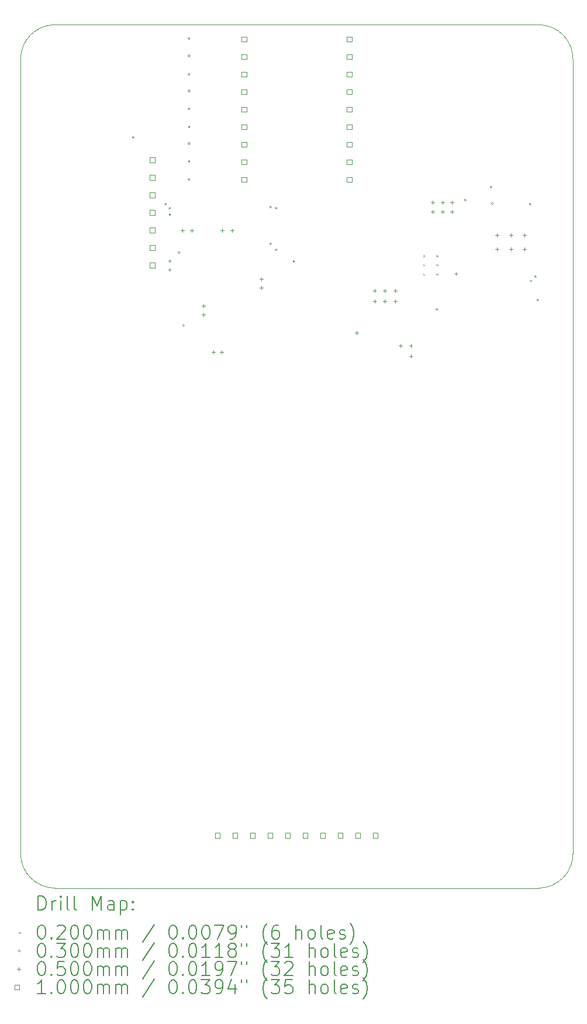
<source format=gbr>
%TF.GenerationSoftware,KiCad,Pcbnew,8.0.3*%
%TF.CreationDate,2024-06-08T17:14:44+02:00*%
%TF.ProjectId,chip8-pcb,63686970-382d-4706-9362-2e6b69636164,1*%
%TF.SameCoordinates,Original*%
%TF.FileFunction,Drillmap*%
%TF.FilePolarity,Positive*%
%FSLAX45Y45*%
G04 Gerber Fmt 4.5, Leading zero omitted, Abs format (unit mm)*
G04 Created by KiCad (PCBNEW 8.0.3) date 2024-06-08 17:14:44*
%MOMM*%
%LPD*%
G01*
G04 APERTURE LIST*
%ADD10C,0.100000*%
%ADD11C,0.200000*%
G04 APERTURE END LIST*
D10*
X12000000Y-16500000D02*
G75*
G02*
X11500000Y-17000000I-500000J0D01*
G01*
X4000000Y-5000000D02*
G75*
G02*
X4500000Y-4500000I500000J0D01*
G01*
X4500000Y-17000000D02*
G75*
G02*
X4000000Y-16500000I0J500000D01*
G01*
X4500000Y-17000000D02*
X11500000Y-17000000D01*
X4500000Y-4500000D02*
X11500000Y-4500000D01*
X12000000Y-5000000D02*
X12000000Y-16500000D01*
X11500000Y-4500000D02*
G75*
G02*
X12000000Y-5000000I0J-500000D01*
G01*
X4000000Y-16500000D02*
X4000000Y-5000000D01*
D11*
D10*
X9830000Y-7835500D02*
X9850000Y-7855500D01*
X9850000Y-7835500D02*
X9830000Y-7855500D01*
X9830000Y-7970500D02*
X9850000Y-7990500D01*
X9850000Y-7970500D02*
X9830000Y-7990500D01*
X9830000Y-8105500D02*
X9850000Y-8125500D01*
X9850000Y-8105500D02*
X9830000Y-8125500D01*
X10020000Y-7835500D02*
X10040000Y-7855500D01*
X10040000Y-7835500D02*
X10020000Y-7855500D01*
X10020000Y-7970500D02*
X10040000Y-7990500D01*
X10040000Y-7970500D02*
X10020000Y-7990500D01*
X10020000Y-8105500D02*
X10040000Y-8125500D01*
X10040000Y-8105500D02*
X10020000Y-8125500D01*
X5645000Y-6130000D02*
G75*
G02*
X5615000Y-6130000I-15000J0D01*
G01*
X5615000Y-6130000D02*
G75*
G02*
X5645000Y-6130000I15000J0D01*
G01*
X6115000Y-7100000D02*
G75*
G02*
X6085000Y-7100000I-15000J0D01*
G01*
X6085000Y-7100000D02*
G75*
G02*
X6115000Y-7100000I15000J0D01*
G01*
X6175000Y-7160000D02*
G75*
G02*
X6145000Y-7160000I-15000J0D01*
G01*
X6145000Y-7160000D02*
G75*
G02*
X6175000Y-7160000I15000J0D01*
G01*
X6175000Y-7250000D02*
G75*
G02*
X6145000Y-7250000I-15000J0D01*
G01*
X6145000Y-7250000D02*
G75*
G02*
X6175000Y-7250000I15000J0D01*
G01*
X6175000Y-7923500D02*
G75*
G02*
X6145000Y-7923500I-15000J0D01*
G01*
X6145000Y-7923500D02*
G75*
G02*
X6175000Y-7923500I15000J0D01*
G01*
X6175000Y-8050500D02*
G75*
G02*
X6145000Y-8050500I-15000J0D01*
G01*
X6145000Y-8050500D02*
G75*
G02*
X6175000Y-8050500I15000J0D01*
G01*
X6310000Y-7800000D02*
G75*
G02*
X6280000Y-7800000I-15000J0D01*
G01*
X6280000Y-7800000D02*
G75*
G02*
X6310000Y-7800000I15000J0D01*
G01*
X6375000Y-8855000D02*
G75*
G02*
X6345000Y-8855000I-15000J0D01*
G01*
X6345000Y-8855000D02*
G75*
G02*
X6375000Y-8855000I15000J0D01*
G01*
X6455000Y-4700000D02*
G75*
G02*
X6425000Y-4700000I-15000J0D01*
G01*
X6425000Y-4700000D02*
G75*
G02*
X6455000Y-4700000I15000J0D01*
G01*
X6455000Y-4950000D02*
G75*
G02*
X6425000Y-4950000I-15000J0D01*
G01*
X6425000Y-4950000D02*
G75*
G02*
X6455000Y-4950000I15000J0D01*
G01*
X6455000Y-5220000D02*
G75*
G02*
X6425000Y-5220000I-15000J0D01*
G01*
X6425000Y-5220000D02*
G75*
G02*
X6455000Y-5220000I15000J0D01*
G01*
X6455000Y-5460000D02*
G75*
G02*
X6425000Y-5460000I-15000J0D01*
G01*
X6425000Y-5460000D02*
G75*
G02*
X6455000Y-5460000I15000J0D01*
G01*
X6455000Y-5720000D02*
G75*
G02*
X6425000Y-5720000I-15000J0D01*
G01*
X6425000Y-5720000D02*
G75*
G02*
X6455000Y-5720000I15000J0D01*
G01*
X6455000Y-5980000D02*
G75*
G02*
X6425000Y-5980000I-15000J0D01*
G01*
X6425000Y-5980000D02*
G75*
G02*
X6455000Y-5980000I15000J0D01*
G01*
X6455000Y-6220000D02*
G75*
G02*
X6425000Y-6220000I-15000J0D01*
G01*
X6425000Y-6220000D02*
G75*
G02*
X6455000Y-6220000I15000J0D01*
G01*
X6455000Y-6480000D02*
G75*
G02*
X6425000Y-6480000I-15000J0D01*
G01*
X6425000Y-6480000D02*
G75*
G02*
X6455000Y-6480000I15000J0D01*
G01*
X6455000Y-6740000D02*
G75*
G02*
X6425000Y-6740000I-15000J0D01*
G01*
X6425000Y-6740000D02*
G75*
G02*
X6455000Y-6740000I15000J0D01*
G01*
X7635000Y-7140000D02*
G75*
G02*
X7605000Y-7140000I-15000J0D01*
G01*
X7605000Y-7140000D02*
G75*
G02*
X7635000Y-7140000I15000J0D01*
G01*
X7635000Y-7670000D02*
G75*
G02*
X7605000Y-7670000I-15000J0D01*
G01*
X7605000Y-7670000D02*
G75*
G02*
X7635000Y-7670000I15000J0D01*
G01*
X7715000Y-7155400D02*
G75*
G02*
X7685000Y-7155400I-15000J0D01*
G01*
X7685000Y-7155400D02*
G75*
G02*
X7715000Y-7155400I15000J0D01*
G01*
X7715000Y-7760000D02*
G75*
G02*
X7685000Y-7760000I-15000J0D01*
G01*
X7685000Y-7760000D02*
G75*
G02*
X7715000Y-7760000I15000J0D01*
G01*
X7971000Y-7926500D02*
G75*
G02*
X7941000Y-7926500I-15000J0D01*
G01*
X7941000Y-7926500D02*
G75*
G02*
X7971000Y-7926500I15000J0D01*
G01*
X10045000Y-8620000D02*
G75*
G02*
X10015000Y-8620000I-15000J0D01*
G01*
X10015000Y-8620000D02*
G75*
G02*
X10045000Y-8620000I15000J0D01*
G01*
X10325289Y-8108971D02*
G75*
G02*
X10295289Y-8108971I-15000J0D01*
G01*
X10295289Y-8108971D02*
G75*
G02*
X10325289Y-8108971I15000J0D01*
G01*
X10455000Y-7040000D02*
G75*
G02*
X10425000Y-7040000I-15000J0D01*
G01*
X10425000Y-7040000D02*
G75*
G02*
X10455000Y-7040000I15000J0D01*
G01*
X10825000Y-6850000D02*
G75*
G02*
X10795000Y-6850000I-15000J0D01*
G01*
X10795000Y-6850000D02*
G75*
G02*
X10825000Y-6850000I15000J0D01*
G01*
X10845000Y-7090000D02*
G75*
G02*
X10815000Y-7090000I-15000J0D01*
G01*
X10815000Y-7090000D02*
G75*
G02*
X10845000Y-7090000I15000J0D01*
G01*
X11395000Y-7100000D02*
G75*
G02*
X11365000Y-7100000I-15000J0D01*
G01*
X11365000Y-7100000D02*
G75*
G02*
X11395000Y-7100000I15000J0D01*
G01*
X11405000Y-8210000D02*
G75*
G02*
X11375000Y-8210000I-15000J0D01*
G01*
X11375000Y-8210000D02*
G75*
G02*
X11405000Y-8210000I15000J0D01*
G01*
X11470000Y-8150000D02*
G75*
G02*
X11440000Y-8150000I-15000J0D01*
G01*
X11440000Y-8150000D02*
G75*
G02*
X11470000Y-8150000I15000J0D01*
G01*
X11505000Y-8487500D02*
G75*
G02*
X11475000Y-8487500I-15000J0D01*
G01*
X11475000Y-8487500D02*
G75*
G02*
X11505000Y-8487500I15000J0D01*
G01*
X6346250Y-7455000D02*
X6346250Y-7505000D01*
X6321250Y-7480000D02*
X6371250Y-7480000D01*
X6476250Y-7455000D02*
X6476250Y-7505000D01*
X6451250Y-7480000D02*
X6501250Y-7480000D01*
X6650000Y-8545000D02*
X6650000Y-8595000D01*
X6625000Y-8570000D02*
X6675000Y-8570000D01*
X6650000Y-8675000D02*
X6650000Y-8725000D01*
X6625000Y-8700000D02*
X6675000Y-8700000D01*
X6790000Y-9215000D02*
X6790000Y-9265000D01*
X6765000Y-9240000D02*
X6815000Y-9240000D01*
X6910000Y-9215000D02*
X6910000Y-9265000D01*
X6885000Y-9240000D02*
X6935000Y-9240000D01*
X6916250Y-7455000D02*
X6916250Y-7505000D01*
X6891250Y-7480000D02*
X6941250Y-7480000D01*
X7066250Y-7455000D02*
X7066250Y-7505000D01*
X7041250Y-7480000D02*
X7091250Y-7480000D01*
X7490000Y-8154500D02*
X7490000Y-8204500D01*
X7465000Y-8179500D02*
X7515000Y-8179500D01*
X7490000Y-8284500D02*
X7490000Y-8334500D01*
X7465000Y-8309500D02*
X7515000Y-8309500D01*
X8870000Y-8935000D02*
X8870000Y-8985000D01*
X8845000Y-8960000D02*
X8895000Y-8960000D01*
X9125000Y-8325000D02*
X9125000Y-8375000D01*
X9100000Y-8350000D02*
X9150000Y-8350000D01*
X9125000Y-8475000D02*
X9125000Y-8525000D01*
X9100000Y-8500000D02*
X9150000Y-8500000D01*
X9275000Y-8325000D02*
X9275000Y-8375000D01*
X9250000Y-8350000D02*
X9300000Y-8350000D01*
X9275000Y-8475000D02*
X9275000Y-8525000D01*
X9250000Y-8500000D02*
X9300000Y-8500000D01*
X9425000Y-8325000D02*
X9425000Y-8375000D01*
X9400000Y-8350000D02*
X9450000Y-8350000D01*
X9425000Y-8475000D02*
X9425000Y-8525000D01*
X9400000Y-8500000D02*
X9450000Y-8500000D01*
X9500000Y-9125000D02*
X9500000Y-9175000D01*
X9475000Y-9150000D02*
X9525000Y-9150000D01*
X9650000Y-9125000D02*
X9650000Y-9175000D01*
X9625000Y-9150000D02*
X9675000Y-9150000D01*
X9650000Y-9275000D02*
X9650000Y-9325000D01*
X9625000Y-9300000D02*
X9675000Y-9300000D01*
X9970000Y-7045000D02*
X9970000Y-7095000D01*
X9945000Y-7070000D02*
X9995000Y-7070000D01*
X9970000Y-7185000D02*
X9970000Y-7235000D01*
X9945000Y-7210000D02*
X9995000Y-7210000D01*
X10110000Y-7045000D02*
X10110000Y-7095000D01*
X10085000Y-7070000D02*
X10135000Y-7070000D01*
X10110000Y-7185000D02*
X10110000Y-7235000D01*
X10085000Y-7210000D02*
X10135000Y-7210000D01*
X10250000Y-7045000D02*
X10250000Y-7095000D01*
X10225000Y-7070000D02*
X10275000Y-7070000D01*
X10250000Y-7185000D02*
X10250000Y-7235000D01*
X10225000Y-7210000D02*
X10275000Y-7210000D01*
X10900000Y-7525000D02*
X10900000Y-7575000D01*
X10875000Y-7550000D02*
X10925000Y-7550000D01*
X10900000Y-7725000D02*
X10900000Y-7775000D01*
X10875000Y-7750000D02*
X10925000Y-7750000D01*
X11100000Y-7525000D02*
X11100000Y-7575000D01*
X11075000Y-7550000D02*
X11125000Y-7550000D01*
X11100000Y-7725000D02*
X11100000Y-7775000D01*
X11075000Y-7750000D02*
X11125000Y-7750000D01*
X11300000Y-7525000D02*
X11300000Y-7575000D01*
X11275000Y-7550000D02*
X11325000Y-7550000D01*
X11300000Y-7725000D02*
X11300000Y-7775000D01*
X11275000Y-7750000D02*
X11325000Y-7750000D01*
X5942856Y-6493356D02*
X5942856Y-6422644D01*
X5872144Y-6422644D01*
X5872144Y-6493356D01*
X5942856Y-6493356D01*
X5942856Y-6747356D02*
X5942856Y-6676644D01*
X5872144Y-6676644D01*
X5872144Y-6747356D01*
X5942856Y-6747356D01*
X5942856Y-7001356D02*
X5942856Y-6930644D01*
X5872144Y-6930644D01*
X5872144Y-7001356D01*
X5942856Y-7001356D01*
X5942856Y-7255356D02*
X5942856Y-7184644D01*
X5872144Y-7184644D01*
X5872144Y-7255356D01*
X5942856Y-7255356D01*
X5942856Y-7509356D02*
X5942856Y-7438644D01*
X5872144Y-7438644D01*
X5872144Y-7509356D01*
X5942856Y-7509356D01*
X5942856Y-7763356D02*
X5942856Y-7692644D01*
X5872144Y-7692644D01*
X5872144Y-7763356D01*
X5942856Y-7763356D01*
X5942856Y-8017356D02*
X5942856Y-7946644D01*
X5872144Y-7946644D01*
X5872144Y-8017356D01*
X5942856Y-8017356D01*
X6885356Y-16272856D02*
X6885356Y-16202144D01*
X6814644Y-16202144D01*
X6814644Y-16272856D01*
X6885356Y-16272856D01*
X7139356Y-16272856D02*
X7139356Y-16202144D01*
X7068644Y-16202144D01*
X7068644Y-16272856D01*
X7139356Y-16272856D01*
X7273356Y-4744356D02*
X7273356Y-4673644D01*
X7202644Y-4673644D01*
X7202644Y-4744356D01*
X7273356Y-4744356D01*
X7273356Y-4998356D02*
X7273356Y-4927644D01*
X7202644Y-4927644D01*
X7202644Y-4998356D01*
X7273356Y-4998356D01*
X7273356Y-5252356D02*
X7273356Y-5181644D01*
X7202644Y-5181644D01*
X7202644Y-5252356D01*
X7273356Y-5252356D01*
X7273356Y-5506356D02*
X7273356Y-5435644D01*
X7202644Y-5435644D01*
X7202644Y-5506356D01*
X7273356Y-5506356D01*
X7273356Y-5760356D02*
X7273356Y-5689644D01*
X7202644Y-5689644D01*
X7202644Y-5760356D01*
X7273356Y-5760356D01*
X7273356Y-6014356D02*
X7273356Y-5943644D01*
X7202644Y-5943644D01*
X7202644Y-6014356D01*
X7273356Y-6014356D01*
X7273356Y-6268356D02*
X7273356Y-6197644D01*
X7202644Y-6197644D01*
X7202644Y-6268356D01*
X7273356Y-6268356D01*
X7273356Y-6522356D02*
X7273356Y-6451644D01*
X7202644Y-6451644D01*
X7202644Y-6522356D01*
X7273356Y-6522356D01*
X7273356Y-6776356D02*
X7273356Y-6705644D01*
X7202644Y-6705644D01*
X7202644Y-6776356D01*
X7273356Y-6776356D01*
X7393356Y-16272856D02*
X7393356Y-16202144D01*
X7322644Y-16202144D01*
X7322644Y-16272856D01*
X7393356Y-16272856D01*
X7647356Y-16272856D02*
X7647356Y-16202144D01*
X7576644Y-16202144D01*
X7576644Y-16272856D01*
X7647356Y-16272856D01*
X7901356Y-16272856D02*
X7901356Y-16202144D01*
X7830644Y-16202144D01*
X7830644Y-16272856D01*
X7901356Y-16272856D01*
X8155356Y-16272856D02*
X8155356Y-16202144D01*
X8084644Y-16202144D01*
X8084644Y-16272856D01*
X8155356Y-16272856D01*
X8409356Y-16272856D02*
X8409356Y-16202144D01*
X8338644Y-16202144D01*
X8338644Y-16272856D01*
X8409356Y-16272856D01*
X8663356Y-16272856D02*
X8663356Y-16202144D01*
X8592644Y-16202144D01*
X8592644Y-16272856D01*
X8663356Y-16272856D01*
X8797356Y-4744356D02*
X8797356Y-4673644D01*
X8726644Y-4673644D01*
X8726644Y-4744356D01*
X8797356Y-4744356D01*
X8797356Y-4998356D02*
X8797356Y-4927644D01*
X8726644Y-4927644D01*
X8726644Y-4998356D01*
X8797356Y-4998356D01*
X8797356Y-5252356D02*
X8797356Y-5181644D01*
X8726644Y-5181644D01*
X8726644Y-5252356D01*
X8797356Y-5252356D01*
X8797356Y-5506356D02*
X8797356Y-5435644D01*
X8726644Y-5435644D01*
X8726644Y-5506356D01*
X8797356Y-5506356D01*
X8797356Y-5760356D02*
X8797356Y-5689644D01*
X8726644Y-5689644D01*
X8726644Y-5760356D01*
X8797356Y-5760356D01*
X8797356Y-6014356D02*
X8797356Y-5943644D01*
X8726644Y-5943644D01*
X8726644Y-6014356D01*
X8797356Y-6014356D01*
X8797356Y-6268356D02*
X8797356Y-6197644D01*
X8726644Y-6197644D01*
X8726644Y-6268356D01*
X8797356Y-6268356D01*
X8797356Y-6522356D02*
X8797356Y-6451644D01*
X8726644Y-6451644D01*
X8726644Y-6522356D01*
X8797356Y-6522356D01*
X8797356Y-6776356D02*
X8797356Y-6705644D01*
X8726644Y-6705644D01*
X8726644Y-6776356D01*
X8797356Y-6776356D01*
X8917356Y-16272856D02*
X8917356Y-16202144D01*
X8846644Y-16202144D01*
X8846644Y-16272856D01*
X8917356Y-16272856D01*
X9171356Y-16272856D02*
X9171356Y-16202144D01*
X9100644Y-16202144D01*
X9100644Y-16272856D01*
X9171356Y-16272856D01*
D11*
X4255777Y-17316484D02*
X4255777Y-17116484D01*
X4255777Y-17116484D02*
X4303396Y-17116484D01*
X4303396Y-17116484D02*
X4331967Y-17126008D01*
X4331967Y-17126008D02*
X4351015Y-17145055D01*
X4351015Y-17145055D02*
X4360539Y-17164103D01*
X4360539Y-17164103D02*
X4370063Y-17202198D01*
X4370063Y-17202198D02*
X4370063Y-17230770D01*
X4370063Y-17230770D02*
X4360539Y-17268865D01*
X4360539Y-17268865D02*
X4351015Y-17287912D01*
X4351015Y-17287912D02*
X4331967Y-17306960D01*
X4331967Y-17306960D02*
X4303396Y-17316484D01*
X4303396Y-17316484D02*
X4255777Y-17316484D01*
X4455777Y-17316484D02*
X4455777Y-17183150D01*
X4455777Y-17221246D02*
X4465301Y-17202198D01*
X4465301Y-17202198D02*
X4474824Y-17192674D01*
X4474824Y-17192674D02*
X4493872Y-17183150D01*
X4493872Y-17183150D02*
X4512920Y-17183150D01*
X4579586Y-17316484D02*
X4579586Y-17183150D01*
X4579586Y-17116484D02*
X4570063Y-17126008D01*
X4570063Y-17126008D02*
X4579586Y-17135531D01*
X4579586Y-17135531D02*
X4589110Y-17126008D01*
X4589110Y-17126008D02*
X4579586Y-17116484D01*
X4579586Y-17116484D02*
X4579586Y-17135531D01*
X4703396Y-17316484D02*
X4684348Y-17306960D01*
X4684348Y-17306960D02*
X4674824Y-17287912D01*
X4674824Y-17287912D02*
X4674824Y-17116484D01*
X4808158Y-17316484D02*
X4789110Y-17306960D01*
X4789110Y-17306960D02*
X4779586Y-17287912D01*
X4779586Y-17287912D02*
X4779586Y-17116484D01*
X5036729Y-17316484D02*
X5036729Y-17116484D01*
X5036729Y-17116484D02*
X5103396Y-17259341D01*
X5103396Y-17259341D02*
X5170063Y-17116484D01*
X5170063Y-17116484D02*
X5170063Y-17316484D01*
X5351015Y-17316484D02*
X5351015Y-17211722D01*
X5351015Y-17211722D02*
X5341491Y-17192674D01*
X5341491Y-17192674D02*
X5322444Y-17183150D01*
X5322444Y-17183150D02*
X5284348Y-17183150D01*
X5284348Y-17183150D02*
X5265301Y-17192674D01*
X5351015Y-17306960D02*
X5331967Y-17316484D01*
X5331967Y-17316484D02*
X5284348Y-17316484D01*
X5284348Y-17316484D02*
X5265301Y-17306960D01*
X5265301Y-17306960D02*
X5255777Y-17287912D01*
X5255777Y-17287912D02*
X5255777Y-17268865D01*
X5255777Y-17268865D02*
X5265301Y-17249817D01*
X5265301Y-17249817D02*
X5284348Y-17240293D01*
X5284348Y-17240293D02*
X5331967Y-17240293D01*
X5331967Y-17240293D02*
X5351015Y-17230770D01*
X5446253Y-17183150D02*
X5446253Y-17383150D01*
X5446253Y-17192674D02*
X5465301Y-17183150D01*
X5465301Y-17183150D02*
X5503396Y-17183150D01*
X5503396Y-17183150D02*
X5522444Y-17192674D01*
X5522444Y-17192674D02*
X5531967Y-17202198D01*
X5531967Y-17202198D02*
X5541491Y-17221246D01*
X5541491Y-17221246D02*
X5541491Y-17278389D01*
X5541491Y-17278389D02*
X5531967Y-17297436D01*
X5531967Y-17297436D02*
X5522444Y-17306960D01*
X5522444Y-17306960D02*
X5503396Y-17316484D01*
X5503396Y-17316484D02*
X5465301Y-17316484D01*
X5465301Y-17316484D02*
X5446253Y-17306960D01*
X5627205Y-17297436D02*
X5636729Y-17306960D01*
X5636729Y-17306960D02*
X5627205Y-17316484D01*
X5627205Y-17316484D02*
X5617682Y-17306960D01*
X5617682Y-17306960D02*
X5627205Y-17297436D01*
X5627205Y-17297436D02*
X5627205Y-17316484D01*
X5627205Y-17192674D02*
X5636729Y-17202198D01*
X5636729Y-17202198D02*
X5627205Y-17211722D01*
X5627205Y-17211722D02*
X5617682Y-17202198D01*
X5617682Y-17202198D02*
X5627205Y-17192674D01*
X5627205Y-17192674D02*
X5627205Y-17211722D01*
D10*
X3975000Y-17635000D02*
X3995000Y-17655000D01*
X3995000Y-17635000D02*
X3975000Y-17655000D01*
D11*
X4293872Y-17536484D02*
X4312920Y-17536484D01*
X4312920Y-17536484D02*
X4331967Y-17546008D01*
X4331967Y-17546008D02*
X4341491Y-17555531D01*
X4341491Y-17555531D02*
X4351015Y-17574579D01*
X4351015Y-17574579D02*
X4360539Y-17612674D01*
X4360539Y-17612674D02*
X4360539Y-17660293D01*
X4360539Y-17660293D02*
X4351015Y-17698389D01*
X4351015Y-17698389D02*
X4341491Y-17717436D01*
X4341491Y-17717436D02*
X4331967Y-17726960D01*
X4331967Y-17726960D02*
X4312920Y-17736484D01*
X4312920Y-17736484D02*
X4293872Y-17736484D01*
X4293872Y-17736484D02*
X4274824Y-17726960D01*
X4274824Y-17726960D02*
X4265301Y-17717436D01*
X4265301Y-17717436D02*
X4255777Y-17698389D01*
X4255777Y-17698389D02*
X4246253Y-17660293D01*
X4246253Y-17660293D02*
X4246253Y-17612674D01*
X4246253Y-17612674D02*
X4255777Y-17574579D01*
X4255777Y-17574579D02*
X4265301Y-17555531D01*
X4265301Y-17555531D02*
X4274824Y-17546008D01*
X4274824Y-17546008D02*
X4293872Y-17536484D01*
X4446253Y-17717436D02*
X4455777Y-17726960D01*
X4455777Y-17726960D02*
X4446253Y-17736484D01*
X4446253Y-17736484D02*
X4436729Y-17726960D01*
X4436729Y-17726960D02*
X4446253Y-17717436D01*
X4446253Y-17717436D02*
X4446253Y-17736484D01*
X4531967Y-17555531D02*
X4541491Y-17546008D01*
X4541491Y-17546008D02*
X4560539Y-17536484D01*
X4560539Y-17536484D02*
X4608158Y-17536484D01*
X4608158Y-17536484D02*
X4627205Y-17546008D01*
X4627205Y-17546008D02*
X4636729Y-17555531D01*
X4636729Y-17555531D02*
X4646253Y-17574579D01*
X4646253Y-17574579D02*
X4646253Y-17593627D01*
X4646253Y-17593627D02*
X4636729Y-17622198D01*
X4636729Y-17622198D02*
X4522444Y-17736484D01*
X4522444Y-17736484D02*
X4646253Y-17736484D01*
X4770063Y-17536484D02*
X4789110Y-17536484D01*
X4789110Y-17536484D02*
X4808158Y-17546008D01*
X4808158Y-17546008D02*
X4817682Y-17555531D01*
X4817682Y-17555531D02*
X4827205Y-17574579D01*
X4827205Y-17574579D02*
X4836729Y-17612674D01*
X4836729Y-17612674D02*
X4836729Y-17660293D01*
X4836729Y-17660293D02*
X4827205Y-17698389D01*
X4827205Y-17698389D02*
X4817682Y-17717436D01*
X4817682Y-17717436D02*
X4808158Y-17726960D01*
X4808158Y-17726960D02*
X4789110Y-17736484D01*
X4789110Y-17736484D02*
X4770063Y-17736484D01*
X4770063Y-17736484D02*
X4751015Y-17726960D01*
X4751015Y-17726960D02*
X4741491Y-17717436D01*
X4741491Y-17717436D02*
X4731967Y-17698389D01*
X4731967Y-17698389D02*
X4722444Y-17660293D01*
X4722444Y-17660293D02*
X4722444Y-17612674D01*
X4722444Y-17612674D02*
X4731967Y-17574579D01*
X4731967Y-17574579D02*
X4741491Y-17555531D01*
X4741491Y-17555531D02*
X4751015Y-17546008D01*
X4751015Y-17546008D02*
X4770063Y-17536484D01*
X4960539Y-17536484D02*
X4979586Y-17536484D01*
X4979586Y-17536484D02*
X4998634Y-17546008D01*
X4998634Y-17546008D02*
X5008158Y-17555531D01*
X5008158Y-17555531D02*
X5017682Y-17574579D01*
X5017682Y-17574579D02*
X5027205Y-17612674D01*
X5027205Y-17612674D02*
X5027205Y-17660293D01*
X5027205Y-17660293D02*
X5017682Y-17698389D01*
X5017682Y-17698389D02*
X5008158Y-17717436D01*
X5008158Y-17717436D02*
X4998634Y-17726960D01*
X4998634Y-17726960D02*
X4979586Y-17736484D01*
X4979586Y-17736484D02*
X4960539Y-17736484D01*
X4960539Y-17736484D02*
X4941491Y-17726960D01*
X4941491Y-17726960D02*
X4931967Y-17717436D01*
X4931967Y-17717436D02*
X4922444Y-17698389D01*
X4922444Y-17698389D02*
X4912920Y-17660293D01*
X4912920Y-17660293D02*
X4912920Y-17612674D01*
X4912920Y-17612674D02*
X4922444Y-17574579D01*
X4922444Y-17574579D02*
X4931967Y-17555531D01*
X4931967Y-17555531D02*
X4941491Y-17546008D01*
X4941491Y-17546008D02*
X4960539Y-17536484D01*
X5112920Y-17736484D02*
X5112920Y-17603150D01*
X5112920Y-17622198D02*
X5122444Y-17612674D01*
X5122444Y-17612674D02*
X5141491Y-17603150D01*
X5141491Y-17603150D02*
X5170063Y-17603150D01*
X5170063Y-17603150D02*
X5189110Y-17612674D01*
X5189110Y-17612674D02*
X5198634Y-17631722D01*
X5198634Y-17631722D02*
X5198634Y-17736484D01*
X5198634Y-17631722D02*
X5208158Y-17612674D01*
X5208158Y-17612674D02*
X5227205Y-17603150D01*
X5227205Y-17603150D02*
X5255777Y-17603150D01*
X5255777Y-17603150D02*
X5274825Y-17612674D01*
X5274825Y-17612674D02*
X5284348Y-17631722D01*
X5284348Y-17631722D02*
X5284348Y-17736484D01*
X5379586Y-17736484D02*
X5379586Y-17603150D01*
X5379586Y-17622198D02*
X5389110Y-17612674D01*
X5389110Y-17612674D02*
X5408158Y-17603150D01*
X5408158Y-17603150D02*
X5436729Y-17603150D01*
X5436729Y-17603150D02*
X5455777Y-17612674D01*
X5455777Y-17612674D02*
X5465301Y-17631722D01*
X5465301Y-17631722D02*
X5465301Y-17736484D01*
X5465301Y-17631722D02*
X5474825Y-17612674D01*
X5474825Y-17612674D02*
X5493872Y-17603150D01*
X5493872Y-17603150D02*
X5522444Y-17603150D01*
X5522444Y-17603150D02*
X5541491Y-17612674D01*
X5541491Y-17612674D02*
X5551015Y-17631722D01*
X5551015Y-17631722D02*
X5551015Y-17736484D01*
X5941491Y-17526960D02*
X5770063Y-17784103D01*
X6198634Y-17536484D02*
X6217682Y-17536484D01*
X6217682Y-17536484D02*
X6236729Y-17546008D01*
X6236729Y-17546008D02*
X6246253Y-17555531D01*
X6246253Y-17555531D02*
X6255777Y-17574579D01*
X6255777Y-17574579D02*
X6265301Y-17612674D01*
X6265301Y-17612674D02*
X6265301Y-17660293D01*
X6265301Y-17660293D02*
X6255777Y-17698389D01*
X6255777Y-17698389D02*
X6246253Y-17717436D01*
X6246253Y-17717436D02*
X6236729Y-17726960D01*
X6236729Y-17726960D02*
X6217682Y-17736484D01*
X6217682Y-17736484D02*
X6198634Y-17736484D01*
X6198634Y-17736484D02*
X6179586Y-17726960D01*
X6179586Y-17726960D02*
X6170063Y-17717436D01*
X6170063Y-17717436D02*
X6160539Y-17698389D01*
X6160539Y-17698389D02*
X6151015Y-17660293D01*
X6151015Y-17660293D02*
X6151015Y-17612674D01*
X6151015Y-17612674D02*
X6160539Y-17574579D01*
X6160539Y-17574579D02*
X6170063Y-17555531D01*
X6170063Y-17555531D02*
X6179586Y-17546008D01*
X6179586Y-17546008D02*
X6198634Y-17536484D01*
X6351015Y-17717436D02*
X6360539Y-17726960D01*
X6360539Y-17726960D02*
X6351015Y-17736484D01*
X6351015Y-17736484D02*
X6341491Y-17726960D01*
X6341491Y-17726960D02*
X6351015Y-17717436D01*
X6351015Y-17717436D02*
X6351015Y-17736484D01*
X6484348Y-17536484D02*
X6503396Y-17536484D01*
X6503396Y-17536484D02*
X6522444Y-17546008D01*
X6522444Y-17546008D02*
X6531967Y-17555531D01*
X6531967Y-17555531D02*
X6541491Y-17574579D01*
X6541491Y-17574579D02*
X6551015Y-17612674D01*
X6551015Y-17612674D02*
X6551015Y-17660293D01*
X6551015Y-17660293D02*
X6541491Y-17698389D01*
X6541491Y-17698389D02*
X6531967Y-17717436D01*
X6531967Y-17717436D02*
X6522444Y-17726960D01*
X6522444Y-17726960D02*
X6503396Y-17736484D01*
X6503396Y-17736484D02*
X6484348Y-17736484D01*
X6484348Y-17736484D02*
X6465301Y-17726960D01*
X6465301Y-17726960D02*
X6455777Y-17717436D01*
X6455777Y-17717436D02*
X6446253Y-17698389D01*
X6446253Y-17698389D02*
X6436729Y-17660293D01*
X6436729Y-17660293D02*
X6436729Y-17612674D01*
X6436729Y-17612674D02*
X6446253Y-17574579D01*
X6446253Y-17574579D02*
X6455777Y-17555531D01*
X6455777Y-17555531D02*
X6465301Y-17546008D01*
X6465301Y-17546008D02*
X6484348Y-17536484D01*
X6674825Y-17536484D02*
X6693872Y-17536484D01*
X6693872Y-17536484D02*
X6712920Y-17546008D01*
X6712920Y-17546008D02*
X6722444Y-17555531D01*
X6722444Y-17555531D02*
X6731967Y-17574579D01*
X6731967Y-17574579D02*
X6741491Y-17612674D01*
X6741491Y-17612674D02*
X6741491Y-17660293D01*
X6741491Y-17660293D02*
X6731967Y-17698389D01*
X6731967Y-17698389D02*
X6722444Y-17717436D01*
X6722444Y-17717436D02*
X6712920Y-17726960D01*
X6712920Y-17726960D02*
X6693872Y-17736484D01*
X6693872Y-17736484D02*
X6674825Y-17736484D01*
X6674825Y-17736484D02*
X6655777Y-17726960D01*
X6655777Y-17726960D02*
X6646253Y-17717436D01*
X6646253Y-17717436D02*
X6636729Y-17698389D01*
X6636729Y-17698389D02*
X6627206Y-17660293D01*
X6627206Y-17660293D02*
X6627206Y-17612674D01*
X6627206Y-17612674D02*
X6636729Y-17574579D01*
X6636729Y-17574579D02*
X6646253Y-17555531D01*
X6646253Y-17555531D02*
X6655777Y-17546008D01*
X6655777Y-17546008D02*
X6674825Y-17536484D01*
X6808158Y-17536484D02*
X6941491Y-17536484D01*
X6941491Y-17536484D02*
X6855777Y-17736484D01*
X7027206Y-17736484D02*
X7065301Y-17736484D01*
X7065301Y-17736484D02*
X7084348Y-17726960D01*
X7084348Y-17726960D02*
X7093872Y-17717436D01*
X7093872Y-17717436D02*
X7112920Y-17688865D01*
X7112920Y-17688865D02*
X7122444Y-17650770D01*
X7122444Y-17650770D02*
X7122444Y-17574579D01*
X7122444Y-17574579D02*
X7112920Y-17555531D01*
X7112920Y-17555531D02*
X7103396Y-17546008D01*
X7103396Y-17546008D02*
X7084348Y-17536484D01*
X7084348Y-17536484D02*
X7046253Y-17536484D01*
X7046253Y-17536484D02*
X7027206Y-17546008D01*
X7027206Y-17546008D02*
X7017682Y-17555531D01*
X7017682Y-17555531D02*
X7008158Y-17574579D01*
X7008158Y-17574579D02*
X7008158Y-17622198D01*
X7008158Y-17622198D02*
X7017682Y-17641246D01*
X7017682Y-17641246D02*
X7027206Y-17650770D01*
X7027206Y-17650770D02*
X7046253Y-17660293D01*
X7046253Y-17660293D02*
X7084348Y-17660293D01*
X7084348Y-17660293D02*
X7103396Y-17650770D01*
X7103396Y-17650770D02*
X7112920Y-17641246D01*
X7112920Y-17641246D02*
X7122444Y-17622198D01*
X7198634Y-17536484D02*
X7198634Y-17574579D01*
X7274825Y-17536484D02*
X7274825Y-17574579D01*
X7570063Y-17812674D02*
X7560539Y-17803150D01*
X7560539Y-17803150D02*
X7541491Y-17774579D01*
X7541491Y-17774579D02*
X7531968Y-17755531D01*
X7531968Y-17755531D02*
X7522444Y-17726960D01*
X7522444Y-17726960D02*
X7512920Y-17679341D01*
X7512920Y-17679341D02*
X7512920Y-17641246D01*
X7512920Y-17641246D02*
X7522444Y-17593627D01*
X7522444Y-17593627D02*
X7531968Y-17565055D01*
X7531968Y-17565055D02*
X7541491Y-17546008D01*
X7541491Y-17546008D02*
X7560539Y-17517436D01*
X7560539Y-17517436D02*
X7570063Y-17507912D01*
X7731968Y-17536484D02*
X7693872Y-17536484D01*
X7693872Y-17536484D02*
X7674825Y-17546008D01*
X7674825Y-17546008D02*
X7665301Y-17555531D01*
X7665301Y-17555531D02*
X7646253Y-17584103D01*
X7646253Y-17584103D02*
X7636729Y-17622198D01*
X7636729Y-17622198D02*
X7636729Y-17698389D01*
X7636729Y-17698389D02*
X7646253Y-17717436D01*
X7646253Y-17717436D02*
X7655777Y-17726960D01*
X7655777Y-17726960D02*
X7674825Y-17736484D01*
X7674825Y-17736484D02*
X7712920Y-17736484D01*
X7712920Y-17736484D02*
X7731968Y-17726960D01*
X7731968Y-17726960D02*
X7741491Y-17717436D01*
X7741491Y-17717436D02*
X7751015Y-17698389D01*
X7751015Y-17698389D02*
X7751015Y-17650770D01*
X7751015Y-17650770D02*
X7741491Y-17631722D01*
X7741491Y-17631722D02*
X7731968Y-17622198D01*
X7731968Y-17622198D02*
X7712920Y-17612674D01*
X7712920Y-17612674D02*
X7674825Y-17612674D01*
X7674825Y-17612674D02*
X7655777Y-17622198D01*
X7655777Y-17622198D02*
X7646253Y-17631722D01*
X7646253Y-17631722D02*
X7636729Y-17650770D01*
X7989110Y-17736484D02*
X7989110Y-17536484D01*
X8074825Y-17736484D02*
X8074825Y-17631722D01*
X8074825Y-17631722D02*
X8065301Y-17612674D01*
X8065301Y-17612674D02*
X8046253Y-17603150D01*
X8046253Y-17603150D02*
X8017682Y-17603150D01*
X8017682Y-17603150D02*
X7998634Y-17612674D01*
X7998634Y-17612674D02*
X7989110Y-17622198D01*
X8198634Y-17736484D02*
X8179587Y-17726960D01*
X8179587Y-17726960D02*
X8170063Y-17717436D01*
X8170063Y-17717436D02*
X8160539Y-17698389D01*
X8160539Y-17698389D02*
X8160539Y-17641246D01*
X8160539Y-17641246D02*
X8170063Y-17622198D01*
X8170063Y-17622198D02*
X8179587Y-17612674D01*
X8179587Y-17612674D02*
X8198634Y-17603150D01*
X8198634Y-17603150D02*
X8227206Y-17603150D01*
X8227206Y-17603150D02*
X8246253Y-17612674D01*
X8246253Y-17612674D02*
X8255777Y-17622198D01*
X8255777Y-17622198D02*
X8265301Y-17641246D01*
X8265301Y-17641246D02*
X8265301Y-17698389D01*
X8265301Y-17698389D02*
X8255777Y-17717436D01*
X8255777Y-17717436D02*
X8246253Y-17726960D01*
X8246253Y-17726960D02*
X8227206Y-17736484D01*
X8227206Y-17736484D02*
X8198634Y-17736484D01*
X8379587Y-17736484D02*
X8360539Y-17726960D01*
X8360539Y-17726960D02*
X8351015Y-17707912D01*
X8351015Y-17707912D02*
X8351015Y-17536484D01*
X8531968Y-17726960D02*
X8512920Y-17736484D01*
X8512920Y-17736484D02*
X8474825Y-17736484D01*
X8474825Y-17736484D02*
X8455777Y-17726960D01*
X8455777Y-17726960D02*
X8446253Y-17707912D01*
X8446253Y-17707912D02*
X8446253Y-17631722D01*
X8446253Y-17631722D02*
X8455777Y-17612674D01*
X8455777Y-17612674D02*
X8474825Y-17603150D01*
X8474825Y-17603150D02*
X8512920Y-17603150D01*
X8512920Y-17603150D02*
X8531968Y-17612674D01*
X8531968Y-17612674D02*
X8541492Y-17631722D01*
X8541492Y-17631722D02*
X8541492Y-17650770D01*
X8541492Y-17650770D02*
X8446253Y-17669817D01*
X8617682Y-17726960D02*
X8636730Y-17736484D01*
X8636730Y-17736484D02*
X8674825Y-17736484D01*
X8674825Y-17736484D02*
X8693873Y-17726960D01*
X8693873Y-17726960D02*
X8703396Y-17707912D01*
X8703396Y-17707912D02*
X8703396Y-17698389D01*
X8703396Y-17698389D02*
X8693873Y-17679341D01*
X8693873Y-17679341D02*
X8674825Y-17669817D01*
X8674825Y-17669817D02*
X8646253Y-17669817D01*
X8646253Y-17669817D02*
X8627206Y-17660293D01*
X8627206Y-17660293D02*
X8617682Y-17641246D01*
X8617682Y-17641246D02*
X8617682Y-17631722D01*
X8617682Y-17631722D02*
X8627206Y-17612674D01*
X8627206Y-17612674D02*
X8646253Y-17603150D01*
X8646253Y-17603150D02*
X8674825Y-17603150D01*
X8674825Y-17603150D02*
X8693873Y-17612674D01*
X8770063Y-17812674D02*
X8779587Y-17803150D01*
X8779587Y-17803150D02*
X8798634Y-17774579D01*
X8798634Y-17774579D02*
X8808158Y-17755531D01*
X8808158Y-17755531D02*
X8817682Y-17726960D01*
X8817682Y-17726960D02*
X8827206Y-17679341D01*
X8827206Y-17679341D02*
X8827206Y-17641246D01*
X8827206Y-17641246D02*
X8817682Y-17593627D01*
X8817682Y-17593627D02*
X8808158Y-17565055D01*
X8808158Y-17565055D02*
X8798634Y-17546008D01*
X8798634Y-17546008D02*
X8779587Y-17517436D01*
X8779587Y-17517436D02*
X8770063Y-17507912D01*
D10*
X3995000Y-17909000D02*
G75*
G02*
X3965000Y-17909000I-15000J0D01*
G01*
X3965000Y-17909000D02*
G75*
G02*
X3995000Y-17909000I15000J0D01*
G01*
D11*
X4293872Y-17800484D02*
X4312920Y-17800484D01*
X4312920Y-17800484D02*
X4331967Y-17810008D01*
X4331967Y-17810008D02*
X4341491Y-17819531D01*
X4341491Y-17819531D02*
X4351015Y-17838579D01*
X4351015Y-17838579D02*
X4360539Y-17876674D01*
X4360539Y-17876674D02*
X4360539Y-17924293D01*
X4360539Y-17924293D02*
X4351015Y-17962389D01*
X4351015Y-17962389D02*
X4341491Y-17981436D01*
X4341491Y-17981436D02*
X4331967Y-17990960D01*
X4331967Y-17990960D02*
X4312920Y-18000484D01*
X4312920Y-18000484D02*
X4293872Y-18000484D01*
X4293872Y-18000484D02*
X4274824Y-17990960D01*
X4274824Y-17990960D02*
X4265301Y-17981436D01*
X4265301Y-17981436D02*
X4255777Y-17962389D01*
X4255777Y-17962389D02*
X4246253Y-17924293D01*
X4246253Y-17924293D02*
X4246253Y-17876674D01*
X4246253Y-17876674D02*
X4255777Y-17838579D01*
X4255777Y-17838579D02*
X4265301Y-17819531D01*
X4265301Y-17819531D02*
X4274824Y-17810008D01*
X4274824Y-17810008D02*
X4293872Y-17800484D01*
X4446253Y-17981436D02*
X4455777Y-17990960D01*
X4455777Y-17990960D02*
X4446253Y-18000484D01*
X4446253Y-18000484D02*
X4436729Y-17990960D01*
X4436729Y-17990960D02*
X4446253Y-17981436D01*
X4446253Y-17981436D02*
X4446253Y-18000484D01*
X4522444Y-17800484D02*
X4646253Y-17800484D01*
X4646253Y-17800484D02*
X4579586Y-17876674D01*
X4579586Y-17876674D02*
X4608158Y-17876674D01*
X4608158Y-17876674D02*
X4627205Y-17886198D01*
X4627205Y-17886198D02*
X4636729Y-17895722D01*
X4636729Y-17895722D02*
X4646253Y-17914770D01*
X4646253Y-17914770D02*
X4646253Y-17962389D01*
X4646253Y-17962389D02*
X4636729Y-17981436D01*
X4636729Y-17981436D02*
X4627205Y-17990960D01*
X4627205Y-17990960D02*
X4608158Y-18000484D01*
X4608158Y-18000484D02*
X4551015Y-18000484D01*
X4551015Y-18000484D02*
X4531967Y-17990960D01*
X4531967Y-17990960D02*
X4522444Y-17981436D01*
X4770063Y-17800484D02*
X4789110Y-17800484D01*
X4789110Y-17800484D02*
X4808158Y-17810008D01*
X4808158Y-17810008D02*
X4817682Y-17819531D01*
X4817682Y-17819531D02*
X4827205Y-17838579D01*
X4827205Y-17838579D02*
X4836729Y-17876674D01*
X4836729Y-17876674D02*
X4836729Y-17924293D01*
X4836729Y-17924293D02*
X4827205Y-17962389D01*
X4827205Y-17962389D02*
X4817682Y-17981436D01*
X4817682Y-17981436D02*
X4808158Y-17990960D01*
X4808158Y-17990960D02*
X4789110Y-18000484D01*
X4789110Y-18000484D02*
X4770063Y-18000484D01*
X4770063Y-18000484D02*
X4751015Y-17990960D01*
X4751015Y-17990960D02*
X4741491Y-17981436D01*
X4741491Y-17981436D02*
X4731967Y-17962389D01*
X4731967Y-17962389D02*
X4722444Y-17924293D01*
X4722444Y-17924293D02*
X4722444Y-17876674D01*
X4722444Y-17876674D02*
X4731967Y-17838579D01*
X4731967Y-17838579D02*
X4741491Y-17819531D01*
X4741491Y-17819531D02*
X4751015Y-17810008D01*
X4751015Y-17810008D02*
X4770063Y-17800484D01*
X4960539Y-17800484D02*
X4979586Y-17800484D01*
X4979586Y-17800484D02*
X4998634Y-17810008D01*
X4998634Y-17810008D02*
X5008158Y-17819531D01*
X5008158Y-17819531D02*
X5017682Y-17838579D01*
X5017682Y-17838579D02*
X5027205Y-17876674D01*
X5027205Y-17876674D02*
X5027205Y-17924293D01*
X5027205Y-17924293D02*
X5017682Y-17962389D01*
X5017682Y-17962389D02*
X5008158Y-17981436D01*
X5008158Y-17981436D02*
X4998634Y-17990960D01*
X4998634Y-17990960D02*
X4979586Y-18000484D01*
X4979586Y-18000484D02*
X4960539Y-18000484D01*
X4960539Y-18000484D02*
X4941491Y-17990960D01*
X4941491Y-17990960D02*
X4931967Y-17981436D01*
X4931967Y-17981436D02*
X4922444Y-17962389D01*
X4922444Y-17962389D02*
X4912920Y-17924293D01*
X4912920Y-17924293D02*
X4912920Y-17876674D01*
X4912920Y-17876674D02*
X4922444Y-17838579D01*
X4922444Y-17838579D02*
X4931967Y-17819531D01*
X4931967Y-17819531D02*
X4941491Y-17810008D01*
X4941491Y-17810008D02*
X4960539Y-17800484D01*
X5112920Y-18000484D02*
X5112920Y-17867150D01*
X5112920Y-17886198D02*
X5122444Y-17876674D01*
X5122444Y-17876674D02*
X5141491Y-17867150D01*
X5141491Y-17867150D02*
X5170063Y-17867150D01*
X5170063Y-17867150D02*
X5189110Y-17876674D01*
X5189110Y-17876674D02*
X5198634Y-17895722D01*
X5198634Y-17895722D02*
X5198634Y-18000484D01*
X5198634Y-17895722D02*
X5208158Y-17876674D01*
X5208158Y-17876674D02*
X5227205Y-17867150D01*
X5227205Y-17867150D02*
X5255777Y-17867150D01*
X5255777Y-17867150D02*
X5274825Y-17876674D01*
X5274825Y-17876674D02*
X5284348Y-17895722D01*
X5284348Y-17895722D02*
X5284348Y-18000484D01*
X5379586Y-18000484D02*
X5379586Y-17867150D01*
X5379586Y-17886198D02*
X5389110Y-17876674D01*
X5389110Y-17876674D02*
X5408158Y-17867150D01*
X5408158Y-17867150D02*
X5436729Y-17867150D01*
X5436729Y-17867150D02*
X5455777Y-17876674D01*
X5455777Y-17876674D02*
X5465301Y-17895722D01*
X5465301Y-17895722D02*
X5465301Y-18000484D01*
X5465301Y-17895722D02*
X5474825Y-17876674D01*
X5474825Y-17876674D02*
X5493872Y-17867150D01*
X5493872Y-17867150D02*
X5522444Y-17867150D01*
X5522444Y-17867150D02*
X5541491Y-17876674D01*
X5541491Y-17876674D02*
X5551015Y-17895722D01*
X5551015Y-17895722D02*
X5551015Y-18000484D01*
X5941491Y-17790960D02*
X5770063Y-18048103D01*
X6198634Y-17800484D02*
X6217682Y-17800484D01*
X6217682Y-17800484D02*
X6236729Y-17810008D01*
X6236729Y-17810008D02*
X6246253Y-17819531D01*
X6246253Y-17819531D02*
X6255777Y-17838579D01*
X6255777Y-17838579D02*
X6265301Y-17876674D01*
X6265301Y-17876674D02*
X6265301Y-17924293D01*
X6265301Y-17924293D02*
X6255777Y-17962389D01*
X6255777Y-17962389D02*
X6246253Y-17981436D01*
X6246253Y-17981436D02*
X6236729Y-17990960D01*
X6236729Y-17990960D02*
X6217682Y-18000484D01*
X6217682Y-18000484D02*
X6198634Y-18000484D01*
X6198634Y-18000484D02*
X6179586Y-17990960D01*
X6179586Y-17990960D02*
X6170063Y-17981436D01*
X6170063Y-17981436D02*
X6160539Y-17962389D01*
X6160539Y-17962389D02*
X6151015Y-17924293D01*
X6151015Y-17924293D02*
X6151015Y-17876674D01*
X6151015Y-17876674D02*
X6160539Y-17838579D01*
X6160539Y-17838579D02*
X6170063Y-17819531D01*
X6170063Y-17819531D02*
X6179586Y-17810008D01*
X6179586Y-17810008D02*
X6198634Y-17800484D01*
X6351015Y-17981436D02*
X6360539Y-17990960D01*
X6360539Y-17990960D02*
X6351015Y-18000484D01*
X6351015Y-18000484D02*
X6341491Y-17990960D01*
X6341491Y-17990960D02*
X6351015Y-17981436D01*
X6351015Y-17981436D02*
X6351015Y-18000484D01*
X6484348Y-17800484D02*
X6503396Y-17800484D01*
X6503396Y-17800484D02*
X6522444Y-17810008D01*
X6522444Y-17810008D02*
X6531967Y-17819531D01*
X6531967Y-17819531D02*
X6541491Y-17838579D01*
X6541491Y-17838579D02*
X6551015Y-17876674D01*
X6551015Y-17876674D02*
X6551015Y-17924293D01*
X6551015Y-17924293D02*
X6541491Y-17962389D01*
X6541491Y-17962389D02*
X6531967Y-17981436D01*
X6531967Y-17981436D02*
X6522444Y-17990960D01*
X6522444Y-17990960D02*
X6503396Y-18000484D01*
X6503396Y-18000484D02*
X6484348Y-18000484D01*
X6484348Y-18000484D02*
X6465301Y-17990960D01*
X6465301Y-17990960D02*
X6455777Y-17981436D01*
X6455777Y-17981436D02*
X6446253Y-17962389D01*
X6446253Y-17962389D02*
X6436729Y-17924293D01*
X6436729Y-17924293D02*
X6436729Y-17876674D01*
X6436729Y-17876674D02*
X6446253Y-17838579D01*
X6446253Y-17838579D02*
X6455777Y-17819531D01*
X6455777Y-17819531D02*
X6465301Y-17810008D01*
X6465301Y-17810008D02*
X6484348Y-17800484D01*
X6741491Y-18000484D02*
X6627206Y-18000484D01*
X6684348Y-18000484D02*
X6684348Y-17800484D01*
X6684348Y-17800484D02*
X6665301Y-17829055D01*
X6665301Y-17829055D02*
X6646253Y-17848103D01*
X6646253Y-17848103D02*
X6627206Y-17857627D01*
X6931967Y-18000484D02*
X6817682Y-18000484D01*
X6874825Y-18000484D02*
X6874825Y-17800484D01*
X6874825Y-17800484D02*
X6855777Y-17829055D01*
X6855777Y-17829055D02*
X6836729Y-17848103D01*
X6836729Y-17848103D02*
X6817682Y-17857627D01*
X7046253Y-17886198D02*
X7027206Y-17876674D01*
X7027206Y-17876674D02*
X7017682Y-17867150D01*
X7017682Y-17867150D02*
X7008158Y-17848103D01*
X7008158Y-17848103D02*
X7008158Y-17838579D01*
X7008158Y-17838579D02*
X7017682Y-17819531D01*
X7017682Y-17819531D02*
X7027206Y-17810008D01*
X7027206Y-17810008D02*
X7046253Y-17800484D01*
X7046253Y-17800484D02*
X7084348Y-17800484D01*
X7084348Y-17800484D02*
X7103396Y-17810008D01*
X7103396Y-17810008D02*
X7112920Y-17819531D01*
X7112920Y-17819531D02*
X7122444Y-17838579D01*
X7122444Y-17838579D02*
X7122444Y-17848103D01*
X7122444Y-17848103D02*
X7112920Y-17867150D01*
X7112920Y-17867150D02*
X7103396Y-17876674D01*
X7103396Y-17876674D02*
X7084348Y-17886198D01*
X7084348Y-17886198D02*
X7046253Y-17886198D01*
X7046253Y-17886198D02*
X7027206Y-17895722D01*
X7027206Y-17895722D02*
X7017682Y-17905246D01*
X7017682Y-17905246D02*
X7008158Y-17924293D01*
X7008158Y-17924293D02*
X7008158Y-17962389D01*
X7008158Y-17962389D02*
X7017682Y-17981436D01*
X7017682Y-17981436D02*
X7027206Y-17990960D01*
X7027206Y-17990960D02*
X7046253Y-18000484D01*
X7046253Y-18000484D02*
X7084348Y-18000484D01*
X7084348Y-18000484D02*
X7103396Y-17990960D01*
X7103396Y-17990960D02*
X7112920Y-17981436D01*
X7112920Y-17981436D02*
X7122444Y-17962389D01*
X7122444Y-17962389D02*
X7122444Y-17924293D01*
X7122444Y-17924293D02*
X7112920Y-17905246D01*
X7112920Y-17905246D02*
X7103396Y-17895722D01*
X7103396Y-17895722D02*
X7084348Y-17886198D01*
X7198634Y-17800484D02*
X7198634Y-17838579D01*
X7274825Y-17800484D02*
X7274825Y-17838579D01*
X7570063Y-18076674D02*
X7560539Y-18067150D01*
X7560539Y-18067150D02*
X7541491Y-18038579D01*
X7541491Y-18038579D02*
X7531968Y-18019531D01*
X7531968Y-18019531D02*
X7522444Y-17990960D01*
X7522444Y-17990960D02*
X7512920Y-17943341D01*
X7512920Y-17943341D02*
X7512920Y-17905246D01*
X7512920Y-17905246D02*
X7522444Y-17857627D01*
X7522444Y-17857627D02*
X7531968Y-17829055D01*
X7531968Y-17829055D02*
X7541491Y-17810008D01*
X7541491Y-17810008D02*
X7560539Y-17781436D01*
X7560539Y-17781436D02*
X7570063Y-17771912D01*
X7627206Y-17800484D02*
X7751015Y-17800484D01*
X7751015Y-17800484D02*
X7684348Y-17876674D01*
X7684348Y-17876674D02*
X7712920Y-17876674D01*
X7712920Y-17876674D02*
X7731968Y-17886198D01*
X7731968Y-17886198D02*
X7741491Y-17895722D01*
X7741491Y-17895722D02*
X7751015Y-17914770D01*
X7751015Y-17914770D02*
X7751015Y-17962389D01*
X7751015Y-17962389D02*
X7741491Y-17981436D01*
X7741491Y-17981436D02*
X7731968Y-17990960D01*
X7731968Y-17990960D02*
X7712920Y-18000484D01*
X7712920Y-18000484D02*
X7655777Y-18000484D01*
X7655777Y-18000484D02*
X7636729Y-17990960D01*
X7636729Y-17990960D02*
X7627206Y-17981436D01*
X7941491Y-18000484D02*
X7827206Y-18000484D01*
X7884348Y-18000484D02*
X7884348Y-17800484D01*
X7884348Y-17800484D02*
X7865301Y-17829055D01*
X7865301Y-17829055D02*
X7846253Y-17848103D01*
X7846253Y-17848103D02*
X7827206Y-17857627D01*
X8179587Y-18000484D02*
X8179587Y-17800484D01*
X8265301Y-18000484D02*
X8265301Y-17895722D01*
X8265301Y-17895722D02*
X8255777Y-17876674D01*
X8255777Y-17876674D02*
X8236730Y-17867150D01*
X8236730Y-17867150D02*
X8208158Y-17867150D01*
X8208158Y-17867150D02*
X8189110Y-17876674D01*
X8189110Y-17876674D02*
X8179587Y-17886198D01*
X8389111Y-18000484D02*
X8370063Y-17990960D01*
X8370063Y-17990960D02*
X8360539Y-17981436D01*
X8360539Y-17981436D02*
X8351015Y-17962389D01*
X8351015Y-17962389D02*
X8351015Y-17905246D01*
X8351015Y-17905246D02*
X8360539Y-17886198D01*
X8360539Y-17886198D02*
X8370063Y-17876674D01*
X8370063Y-17876674D02*
X8389111Y-17867150D01*
X8389111Y-17867150D02*
X8417682Y-17867150D01*
X8417682Y-17867150D02*
X8436730Y-17876674D01*
X8436730Y-17876674D02*
X8446253Y-17886198D01*
X8446253Y-17886198D02*
X8455777Y-17905246D01*
X8455777Y-17905246D02*
X8455777Y-17962389D01*
X8455777Y-17962389D02*
X8446253Y-17981436D01*
X8446253Y-17981436D02*
X8436730Y-17990960D01*
X8436730Y-17990960D02*
X8417682Y-18000484D01*
X8417682Y-18000484D02*
X8389111Y-18000484D01*
X8570063Y-18000484D02*
X8551015Y-17990960D01*
X8551015Y-17990960D02*
X8541492Y-17971912D01*
X8541492Y-17971912D02*
X8541492Y-17800484D01*
X8722444Y-17990960D02*
X8703396Y-18000484D01*
X8703396Y-18000484D02*
X8665301Y-18000484D01*
X8665301Y-18000484D02*
X8646253Y-17990960D01*
X8646253Y-17990960D02*
X8636730Y-17971912D01*
X8636730Y-17971912D02*
X8636730Y-17895722D01*
X8636730Y-17895722D02*
X8646253Y-17876674D01*
X8646253Y-17876674D02*
X8665301Y-17867150D01*
X8665301Y-17867150D02*
X8703396Y-17867150D01*
X8703396Y-17867150D02*
X8722444Y-17876674D01*
X8722444Y-17876674D02*
X8731968Y-17895722D01*
X8731968Y-17895722D02*
X8731968Y-17914770D01*
X8731968Y-17914770D02*
X8636730Y-17933817D01*
X8808158Y-17990960D02*
X8827206Y-18000484D01*
X8827206Y-18000484D02*
X8865301Y-18000484D01*
X8865301Y-18000484D02*
X8884349Y-17990960D01*
X8884349Y-17990960D02*
X8893873Y-17971912D01*
X8893873Y-17971912D02*
X8893873Y-17962389D01*
X8893873Y-17962389D02*
X8884349Y-17943341D01*
X8884349Y-17943341D02*
X8865301Y-17933817D01*
X8865301Y-17933817D02*
X8836730Y-17933817D01*
X8836730Y-17933817D02*
X8817682Y-17924293D01*
X8817682Y-17924293D02*
X8808158Y-17905246D01*
X8808158Y-17905246D02*
X8808158Y-17895722D01*
X8808158Y-17895722D02*
X8817682Y-17876674D01*
X8817682Y-17876674D02*
X8836730Y-17867150D01*
X8836730Y-17867150D02*
X8865301Y-17867150D01*
X8865301Y-17867150D02*
X8884349Y-17876674D01*
X8960539Y-18076674D02*
X8970063Y-18067150D01*
X8970063Y-18067150D02*
X8989111Y-18038579D01*
X8989111Y-18038579D02*
X8998634Y-18019531D01*
X8998634Y-18019531D02*
X9008158Y-17990960D01*
X9008158Y-17990960D02*
X9017682Y-17943341D01*
X9017682Y-17943341D02*
X9017682Y-17905246D01*
X9017682Y-17905246D02*
X9008158Y-17857627D01*
X9008158Y-17857627D02*
X8998634Y-17829055D01*
X8998634Y-17829055D02*
X8989111Y-17810008D01*
X8989111Y-17810008D02*
X8970063Y-17781436D01*
X8970063Y-17781436D02*
X8960539Y-17771912D01*
D10*
X3970000Y-18148000D02*
X3970000Y-18198000D01*
X3945000Y-18173000D02*
X3995000Y-18173000D01*
D11*
X4293872Y-18064484D02*
X4312920Y-18064484D01*
X4312920Y-18064484D02*
X4331967Y-18074008D01*
X4331967Y-18074008D02*
X4341491Y-18083531D01*
X4341491Y-18083531D02*
X4351015Y-18102579D01*
X4351015Y-18102579D02*
X4360539Y-18140674D01*
X4360539Y-18140674D02*
X4360539Y-18188293D01*
X4360539Y-18188293D02*
X4351015Y-18226389D01*
X4351015Y-18226389D02*
X4341491Y-18245436D01*
X4341491Y-18245436D02*
X4331967Y-18254960D01*
X4331967Y-18254960D02*
X4312920Y-18264484D01*
X4312920Y-18264484D02*
X4293872Y-18264484D01*
X4293872Y-18264484D02*
X4274824Y-18254960D01*
X4274824Y-18254960D02*
X4265301Y-18245436D01*
X4265301Y-18245436D02*
X4255777Y-18226389D01*
X4255777Y-18226389D02*
X4246253Y-18188293D01*
X4246253Y-18188293D02*
X4246253Y-18140674D01*
X4246253Y-18140674D02*
X4255777Y-18102579D01*
X4255777Y-18102579D02*
X4265301Y-18083531D01*
X4265301Y-18083531D02*
X4274824Y-18074008D01*
X4274824Y-18074008D02*
X4293872Y-18064484D01*
X4446253Y-18245436D02*
X4455777Y-18254960D01*
X4455777Y-18254960D02*
X4446253Y-18264484D01*
X4446253Y-18264484D02*
X4436729Y-18254960D01*
X4436729Y-18254960D02*
X4446253Y-18245436D01*
X4446253Y-18245436D02*
X4446253Y-18264484D01*
X4636729Y-18064484D02*
X4541491Y-18064484D01*
X4541491Y-18064484D02*
X4531967Y-18159722D01*
X4531967Y-18159722D02*
X4541491Y-18150198D01*
X4541491Y-18150198D02*
X4560539Y-18140674D01*
X4560539Y-18140674D02*
X4608158Y-18140674D01*
X4608158Y-18140674D02*
X4627205Y-18150198D01*
X4627205Y-18150198D02*
X4636729Y-18159722D01*
X4636729Y-18159722D02*
X4646253Y-18178770D01*
X4646253Y-18178770D02*
X4646253Y-18226389D01*
X4646253Y-18226389D02*
X4636729Y-18245436D01*
X4636729Y-18245436D02*
X4627205Y-18254960D01*
X4627205Y-18254960D02*
X4608158Y-18264484D01*
X4608158Y-18264484D02*
X4560539Y-18264484D01*
X4560539Y-18264484D02*
X4541491Y-18254960D01*
X4541491Y-18254960D02*
X4531967Y-18245436D01*
X4770063Y-18064484D02*
X4789110Y-18064484D01*
X4789110Y-18064484D02*
X4808158Y-18074008D01*
X4808158Y-18074008D02*
X4817682Y-18083531D01*
X4817682Y-18083531D02*
X4827205Y-18102579D01*
X4827205Y-18102579D02*
X4836729Y-18140674D01*
X4836729Y-18140674D02*
X4836729Y-18188293D01*
X4836729Y-18188293D02*
X4827205Y-18226389D01*
X4827205Y-18226389D02*
X4817682Y-18245436D01*
X4817682Y-18245436D02*
X4808158Y-18254960D01*
X4808158Y-18254960D02*
X4789110Y-18264484D01*
X4789110Y-18264484D02*
X4770063Y-18264484D01*
X4770063Y-18264484D02*
X4751015Y-18254960D01*
X4751015Y-18254960D02*
X4741491Y-18245436D01*
X4741491Y-18245436D02*
X4731967Y-18226389D01*
X4731967Y-18226389D02*
X4722444Y-18188293D01*
X4722444Y-18188293D02*
X4722444Y-18140674D01*
X4722444Y-18140674D02*
X4731967Y-18102579D01*
X4731967Y-18102579D02*
X4741491Y-18083531D01*
X4741491Y-18083531D02*
X4751015Y-18074008D01*
X4751015Y-18074008D02*
X4770063Y-18064484D01*
X4960539Y-18064484D02*
X4979586Y-18064484D01*
X4979586Y-18064484D02*
X4998634Y-18074008D01*
X4998634Y-18074008D02*
X5008158Y-18083531D01*
X5008158Y-18083531D02*
X5017682Y-18102579D01*
X5017682Y-18102579D02*
X5027205Y-18140674D01*
X5027205Y-18140674D02*
X5027205Y-18188293D01*
X5027205Y-18188293D02*
X5017682Y-18226389D01*
X5017682Y-18226389D02*
X5008158Y-18245436D01*
X5008158Y-18245436D02*
X4998634Y-18254960D01*
X4998634Y-18254960D02*
X4979586Y-18264484D01*
X4979586Y-18264484D02*
X4960539Y-18264484D01*
X4960539Y-18264484D02*
X4941491Y-18254960D01*
X4941491Y-18254960D02*
X4931967Y-18245436D01*
X4931967Y-18245436D02*
X4922444Y-18226389D01*
X4922444Y-18226389D02*
X4912920Y-18188293D01*
X4912920Y-18188293D02*
X4912920Y-18140674D01*
X4912920Y-18140674D02*
X4922444Y-18102579D01*
X4922444Y-18102579D02*
X4931967Y-18083531D01*
X4931967Y-18083531D02*
X4941491Y-18074008D01*
X4941491Y-18074008D02*
X4960539Y-18064484D01*
X5112920Y-18264484D02*
X5112920Y-18131150D01*
X5112920Y-18150198D02*
X5122444Y-18140674D01*
X5122444Y-18140674D02*
X5141491Y-18131150D01*
X5141491Y-18131150D02*
X5170063Y-18131150D01*
X5170063Y-18131150D02*
X5189110Y-18140674D01*
X5189110Y-18140674D02*
X5198634Y-18159722D01*
X5198634Y-18159722D02*
X5198634Y-18264484D01*
X5198634Y-18159722D02*
X5208158Y-18140674D01*
X5208158Y-18140674D02*
X5227205Y-18131150D01*
X5227205Y-18131150D02*
X5255777Y-18131150D01*
X5255777Y-18131150D02*
X5274825Y-18140674D01*
X5274825Y-18140674D02*
X5284348Y-18159722D01*
X5284348Y-18159722D02*
X5284348Y-18264484D01*
X5379586Y-18264484D02*
X5379586Y-18131150D01*
X5379586Y-18150198D02*
X5389110Y-18140674D01*
X5389110Y-18140674D02*
X5408158Y-18131150D01*
X5408158Y-18131150D02*
X5436729Y-18131150D01*
X5436729Y-18131150D02*
X5455777Y-18140674D01*
X5455777Y-18140674D02*
X5465301Y-18159722D01*
X5465301Y-18159722D02*
X5465301Y-18264484D01*
X5465301Y-18159722D02*
X5474825Y-18140674D01*
X5474825Y-18140674D02*
X5493872Y-18131150D01*
X5493872Y-18131150D02*
X5522444Y-18131150D01*
X5522444Y-18131150D02*
X5541491Y-18140674D01*
X5541491Y-18140674D02*
X5551015Y-18159722D01*
X5551015Y-18159722D02*
X5551015Y-18264484D01*
X5941491Y-18054960D02*
X5770063Y-18312103D01*
X6198634Y-18064484D02*
X6217682Y-18064484D01*
X6217682Y-18064484D02*
X6236729Y-18074008D01*
X6236729Y-18074008D02*
X6246253Y-18083531D01*
X6246253Y-18083531D02*
X6255777Y-18102579D01*
X6255777Y-18102579D02*
X6265301Y-18140674D01*
X6265301Y-18140674D02*
X6265301Y-18188293D01*
X6265301Y-18188293D02*
X6255777Y-18226389D01*
X6255777Y-18226389D02*
X6246253Y-18245436D01*
X6246253Y-18245436D02*
X6236729Y-18254960D01*
X6236729Y-18254960D02*
X6217682Y-18264484D01*
X6217682Y-18264484D02*
X6198634Y-18264484D01*
X6198634Y-18264484D02*
X6179586Y-18254960D01*
X6179586Y-18254960D02*
X6170063Y-18245436D01*
X6170063Y-18245436D02*
X6160539Y-18226389D01*
X6160539Y-18226389D02*
X6151015Y-18188293D01*
X6151015Y-18188293D02*
X6151015Y-18140674D01*
X6151015Y-18140674D02*
X6160539Y-18102579D01*
X6160539Y-18102579D02*
X6170063Y-18083531D01*
X6170063Y-18083531D02*
X6179586Y-18074008D01*
X6179586Y-18074008D02*
X6198634Y-18064484D01*
X6351015Y-18245436D02*
X6360539Y-18254960D01*
X6360539Y-18254960D02*
X6351015Y-18264484D01*
X6351015Y-18264484D02*
X6341491Y-18254960D01*
X6341491Y-18254960D02*
X6351015Y-18245436D01*
X6351015Y-18245436D02*
X6351015Y-18264484D01*
X6484348Y-18064484D02*
X6503396Y-18064484D01*
X6503396Y-18064484D02*
X6522444Y-18074008D01*
X6522444Y-18074008D02*
X6531967Y-18083531D01*
X6531967Y-18083531D02*
X6541491Y-18102579D01*
X6541491Y-18102579D02*
X6551015Y-18140674D01*
X6551015Y-18140674D02*
X6551015Y-18188293D01*
X6551015Y-18188293D02*
X6541491Y-18226389D01*
X6541491Y-18226389D02*
X6531967Y-18245436D01*
X6531967Y-18245436D02*
X6522444Y-18254960D01*
X6522444Y-18254960D02*
X6503396Y-18264484D01*
X6503396Y-18264484D02*
X6484348Y-18264484D01*
X6484348Y-18264484D02*
X6465301Y-18254960D01*
X6465301Y-18254960D02*
X6455777Y-18245436D01*
X6455777Y-18245436D02*
X6446253Y-18226389D01*
X6446253Y-18226389D02*
X6436729Y-18188293D01*
X6436729Y-18188293D02*
X6436729Y-18140674D01*
X6436729Y-18140674D02*
X6446253Y-18102579D01*
X6446253Y-18102579D02*
X6455777Y-18083531D01*
X6455777Y-18083531D02*
X6465301Y-18074008D01*
X6465301Y-18074008D02*
X6484348Y-18064484D01*
X6741491Y-18264484D02*
X6627206Y-18264484D01*
X6684348Y-18264484D02*
X6684348Y-18064484D01*
X6684348Y-18064484D02*
X6665301Y-18093055D01*
X6665301Y-18093055D02*
X6646253Y-18112103D01*
X6646253Y-18112103D02*
X6627206Y-18121627D01*
X6836729Y-18264484D02*
X6874825Y-18264484D01*
X6874825Y-18264484D02*
X6893872Y-18254960D01*
X6893872Y-18254960D02*
X6903396Y-18245436D01*
X6903396Y-18245436D02*
X6922444Y-18216865D01*
X6922444Y-18216865D02*
X6931967Y-18178770D01*
X6931967Y-18178770D02*
X6931967Y-18102579D01*
X6931967Y-18102579D02*
X6922444Y-18083531D01*
X6922444Y-18083531D02*
X6912920Y-18074008D01*
X6912920Y-18074008D02*
X6893872Y-18064484D01*
X6893872Y-18064484D02*
X6855777Y-18064484D01*
X6855777Y-18064484D02*
X6836729Y-18074008D01*
X6836729Y-18074008D02*
X6827206Y-18083531D01*
X6827206Y-18083531D02*
X6817682Y-18102579D01*
X6817682Y-18102579D02*
X6817682Y-18150198D01*
X6817682Y-18150198D02*
X6827206Y-18169246D01*
X6827206Y-18169246D02*
X6836729Y-18178770D01*
X6836729Y-18178770D02*
X6855777Y-18188293D01*
X6855777Y-18188293D02*
X6893872Y-18188293D01*
X6893872Y-18188293D02*
X6912920Y-18178770D01*
X6912920Y-18178770D02*
X6922444Y-18169246D01*
X6922444Y-18169246D02*
X6931967Y-18150198D01*
X6998634Y-18064484D02*
X7131967Y-18064484D01*
X7131967Y-18064484D02*
X7046253Y-18264484D01*
X7198634Y-18064484D02*
X7198634Y-18102579D01*
X7274825Y-18064484D02*
X7274825Y-18102579D01*
X7570063Y-18340674D02*
X7560539Y-18331150D01*
X7560539Y-18331150D02*
X7541491Y-18302579D01*
X7541491Y-18302579D02*
X7531968Y-18283531D01*
X7531968Y-18283531D02*
X7522444Y-18254960D01*
X7522444Y-18254960D02*
X7512920Y-18207341D01*
X7512920Y-18207341D02*
X7512920Y-18169246D01*
X7512920Y-18169246D02*
X7522444Y-18121627D01*
X7522444Y-18121627D02*
X7531968Y-18093055D01*
X7531968Y-18093055D02*
X7541491Y-18074008D01*
X7541491Y-18074008D02*
X7560539Y-18045436D01*
X7560539Y-18045436D02*
X7570063Y-18035912D01*
X7627206Y-18064484D02*
X7751015Y-18064484D01*
X7751015Y-18064484D02*
X7684348Y-18140674D01*
X7684348Y-18140674D02*
X7712920Y-18140674D01*
X7712920Y-18140674D02*
X7731968Y-18150198D01*
X7731968Y-18150198D02*
X7741491Y-18159722D01*
X7741491Y-18159722D02*
X7751015Y-18178770D01*
X7751015Y-18178770D02*
X7751015Y-18226389D01*
X7751015Y-18226389D02*
X7741491Y-18245436D01*
X7741491Y-18245436D02*
X7731968Y-18254960D01*
X7731968Y-18254960D02*
X7712920Y-18264484D01*
X7712920Y-18264484D02*
X7655777Y-18264484D01*
X7655777Y-18264484D02*
X7636729Y-18254960D01*
X7636729Y-18254960D02*
X7627206Y-18245436D01*
X7827206Y-18083531D02*
X7836729Y-18074008D01*
X7836729Y-18074008D02*
X7855777Y-18064484D01*
X7855777Y-18064484D02*
X7903396Y-18064484D01*
X7903396Y-18064484D02*
X7922444Y-18074008D01*
X7922444Y-18074008D02*
X7931968Y-18083531D01*
X7931968Y-18083531D02*
X7941491Y-18102579D01*
X7941491Y-18102579D02*
X7941491Y-18121627D01*
X7941491Y-18121627D02*
X7931968Y-18150198D01*
X7931968Y-18150198D02*
X7817682Y-18264484D01*
X7817682Y-18264484D02*
X7941491Y-18264484D01*
X8179587Y-18264484D02*
X8179587Y-18064484D01*
X8265301Y-18264484D02*
X8265301Y-18159722D01*
X8265301Y-18159722D02*
X8255777Y-18140674D01*
X8255777Y-18140674D02*
X8236730Y-18131150D01*
X8236730Y-18131150D02*
X8208158Y-18131150D01*
X8208158Y-18131150D02*
X8189110Y-18140674D01*
X8189110Y-18140674D02*
X8179587Y-18150198D01*
X8389111Y-18264484D02*
X8370063Y-18254960D01*
X8370063Y-18254960D02*
X8360539Y-18245436D01*
X8360539Y-18245436D02*
X8351015Y-18226389D01*
X8351015Y-18226389D02*
X8351015Y-18169246D01*
X8351015Y-18169246D02*
X8360539Y-18150198D01*
X8360539Y-18150198D02*
X8370063Y-18140674D01*
X8370063Y-18140674D02*
X8389111Y-18131150D01*
X8389111Y-18131150D02*
X8417682Y-18131150D01*
X8417682Y-18131150D02*
X8436730Y-18140674D01*
X8436730Y-18140674D02*
X8446253Y-18150198D01*
X8446253Y-18150198D02*
X8455777Y-18169246D01*
X8455777Y-18169246D02*
X8455777Y-18226389D01*
X8455777Y-18226389D02*
X8446253Y-18245436D01*
X8446253Y-18245436D02*
X8436730Y-18254960D01*
X8436730Y-18254960D02*
X8417682Y-18264484D01*
X8417682Y-18264484D02*
X8389111Y-18264484D01*
X8570063Y-18264484D02*
X8551015Y-18254960D01*
X8551015Y-18254960D02*
X8541492Y-18235912D01*
X8541492Y-18235912D02*
X8541492Y-18064484D01*
X8722444Y-18254960D02*
X8703396Y-18264484D01*
X8703396Y-18264484D02*
X8665301Y-18264484D01*
X8665301Y-18264484D02*
X8646253Y-18254960D01*
X8646253Y-18254960D02*
X8636730Y-18235912D01*
X8636730Y-18235912D02*
X8636730Y-18159722D01*
X8636730Y-18159722D02*
X8646253Y-18140674D01*
X8646253Y-18140674D02*
X8665301Y-18131150D01*
X8665301Y-18131150D02*
X8703396Y-18131150D01*
X8703396Y-18131150D02*
X8722444Y-18140674D01*
X8722444Y-18140674D02*
X8731968Y-18159722D01*
X8731968Y-18159722D02*
X8731968Y-18178770D01*
X8731968Y-18178770D02*
X8636730Y-18197817D01*
X8808158Y-18254960D02*
X8827206Y-18264484D01*
X8827206Y-18264484D02*
X8865301Y-18264484D01*
X8865301Y-18264484D02*
X8884349Y-18254960D01*
X8884349Y-18254960D02*
X8893873Y-18235912D01*
X8893873Y-18235912D02*
X8893873Y-18226389D01*
X8893873Y-18226389D02*
X8884349Y-18207341D01*
X8884349Y-18207341D02*
X8865301Y-18197817D01*
X8865301Y-18197817D02*
X8836730Y-18197817D01*
X8836730Y-18197817D02*
X8817682Y-18188293D01*
X8817682Y-18188293D02*
X8808158Y-18169246D01*
X8808158Y-18169246D02*
X8808158Y-18159722D01*
X8808158Y-18159722D02*
X8817682Y-18140674D01*
X8817682Y-18140674D02*
X8836730Y-18131150D01*
X8836730Y-18131150D02*
X8865301Y-18131150D01*
X8865301Y-18131150D02*
X8884349Y-18140674D01*
X8960539Y-18340674D02*
X8970063Y-18331150D01*
X8970063Y-18331150D02*
X8989111Y-18302579D01*
X8989111Y-18302579D02*
X8998634Y-18283531D01*
X8998634Y-18283531D02*
X9008158Y-18254960D01*
X9008158Y-18254960D02*
X9017682Y-18207341D01*
X9017682Y-18207341D02*
X9017682Y-18169246D01*
X9017682Y-18169246D02*
X9008158Y-18121627D01*
X9008158Y-18121627D02*
X8998634Y-18093055D01*
X8998634Y-18093055D02*
X8989111Y-18074008D01*
X8989111Y-18074008D02*
X8970063Y-18045436D01*
X8970063Y-18045436D02*
X8960539Y-18035912D01*
D10*
X3980356Y-18472356D02*
X3980356Y-18401644D01*
X3909644Y-18401644D01*
X3909644Y-18472356D01*
X3980356Y-18472356D01*
D11*
X4360539Y-18528484D02*
X4246253Y-18528484D01*
X4303396Y-18528484D02*
X4303396Y-18328484D01*
X4303396Y-18328484D02*
X4284348Y-18357055D01*
X4284348Y-18357055D02*
X4265301Y-18376103D01*
X4265301Y-18376103D02*
X4246253Y-18385627D01*
X4446253Y-18509436D02*
X4455777Y-18518960D01*
X4455777Y-18518960D02*
X4446253Y-18528484D01*
X4446253Y-18528484D02*
X4436729Y-18518960D01*
X4436729Y-18518960D02*
X4446253Y-18509436D01*
X4446253Y-18509436D02*
X4446253Y-18528484D01*
X4579586Y-18328484D02*
X4598634Y-18328484D01*
X4598634Y-18328484D02*
X4617682Y-18338008D01*
X4617682Y-18338008D02*
X4627205Y-18347531D01*
X4627205Y-18347531D02*
X4636729Y-18366579D01*
X4636729Y-18366579D02*
X4646253Y-18404674D01*
X4646253Y-18404674D02*
X4646253Y-18452293D01*
X4646253Y-18452293D02*
X4636729Y-18490389D01*
X4636729Y-18490389D02*
X4627205Y-18509436D01*
X4627205Y-18509436D02*
X4617682Y-18518960D01*
X4617682Y-18518960D02*
X4598634Y-18528484D01*
X4598634Y-18528484D02*
X4579586Y-18528484D01*
X4579586Y-18528484D02*
X4560539Y-18518960D01*
X4560539Y-18518960D02*
X4551015Y-18509436D01*
X4551015Y-18509436D02*
X4541491Y-18490389D01*
X4541491Y-18490389D02*
X4531967Y-18452293D01*
X4531967Y-18452293D02*
X4531967Y-18404674D01*
X4531967Y-18404674D02*
X4541491Y-18366579D01*
X4541491Y-18366579D02*
X4551015Y-18347531D01*
X4551015Y-18347531D02*
X4560539Y-18338008D01*
X4560539Y-18338008D02*
X4579586Y-18328484D01*
X4770063Y-18328484D02*
X4789110Y-18328484D01*
X4789110Y-18328484D02*
X4808158Y-18338008D01*
X4808158Y-18338008D02*
X4817682Y-18347531D01*
X4817682Y-18347531D02*
X4827205Y-18366579D01*
X4827205Y-18366579D02*
X4836729Y-18404674D01*
X4836729Y-18404674D02*
X4836729Y-18452293D01*
X4836729Y-18452293D02*
X4827205Y-18490389D01*
X4827205Y-18490389D02*
X4817682Y-18509436D01*
X4817682Y-18509436D02*
X4808158Y-18518960D01*
X4808158Y-18518960D02*
X4789110Y-18528484D01*
X4789110Y-18528484D02*
X4770063Y-18528484D01*
X4770063Y-18528484D02*
X4751015Y-18518960D01*
X4751015Y-18518960D02*
X4741491Y-18509436D01*
X4741491Y-18509436D02*
X4731967Y-18490389D01*
X4731967Y-18490389D02*
X4722444Y-18452293D01*
X4722444Y-18452293D02*
X4722444Y-18404674D01*
X4722444Y-18404674D02*
X4731967Y-18366579D01*
X4731967Y-18366579D02*
X4741491Y-18347531D01*
X4741491Y-18347531D02*
X4751015Y-18338008D01*
X4751015Y-18338008D02*
X4770063Y-18328484D01*
X4960539Y-18328484D02*
X4979586Y-18328484D01*
X4979586Y-18328484D02*
X4998634Y-18338008D01*
X4998634Y-18338008D02*
X5008158Y-18347531D01*
X5008158Y-18347531D02*
X5017682Y-18366579D01*
X5017682Y-18366579D02*
X5027205Y-18404674D01*
X5027205Y-18404674D02*
X5027205Y-18452293D01*
X5027205Y-18452293D02*
X5017682Y-18490389D01*
X5017682Y-18490389D02*
X5008158Y-18509436D01*
X5008158Y-18509436D02*
X4998634Y-18518960D01*
X4998634Y-18518960D02*
X4979586Y-18528484D01*
X4979586Y-18528484D02*
X4960539Y-18528484D01*
X4960539Y-18528484D02*
X4941491Y-18518960D01*
X4941491Y-18518960D02*
X4931967Y-18509436D01*
X4931967Y-18509436D02*
X4922444Y-18490389D01*
X4922444Y-18490389D02*
X4912920Y-18452293D01*
X4912920Y-18452293D02*
X4912920Y-18404674D01*
X4912920Y-18404674D02*
X4922444Y-18366579D01*
X4922444Y-18366579D02*
X4931967Y-18347531D01*
X4931967Y-18347531D02*
X4941491Y-18338008D01*
X4941491Y-18338008D02*
X4960539Y-18328484D01*
X5112920Y-18528484D02*
X5112920Y-18395150D01*
X5112920Y-18414198D02*
X5122444Y-18404674D01*
X5122444Y-18404674D02*
X5141491Y-18395150D01*
X5141491Y-18395150D02*
X5170063Y-18395150D01*
X5170063Y-18395150D02*
X5189110Y-18404674D01*
X5189110Y-18404674D02*
X5198634Y-18423722D01*
X5198634Y-18423722D02*
X5198634Y-18528484D01*
X5198634Y-18423722D02*
X5208158Y-18404674D01*
X5208158Y-18404674D02*
X5227205Y-18395150D01*
X5227205Y-18395150D02*
X5255777Y-18395150D01*
X5255777Y-18395150D02*
X5274825Y-18404674D01*
X5274825Y-18404674D02*
X5284348Y-18423722D01*
X5284348Y-18423722D02*
X5284348Y-18528484D01*
X5379586Y-18528484D02*
X5379586Y-18395150D01*
X5379586Y-18414198D02*
X5389110Y-18404674D01*
X5389110Y-18404674D02*
X5408158Y-18395150D01*
X5408158Y-18395150D02*
X5436729Y-18395150D01*
X5436729Y-18395150D02*
X5455777Y-18404674D01*
X5455777Y-18404674D02*
X5465301Y-18423722D01*
X5465301Y-18423722D02*
X5465301Y-18528484D01*
X5465301Y-18423722D02*
X5474825Y-18404674D01*
X5474825Y-18404674D02*
X5493872Y-18395150D01*
X5493872Y-18395150D02*
X5522444Y-18395150D01*
X5522444Y-18395150D02*
X5541491Y-18404674D01*
X5541491Y-18404674D02*
X5551015Y-18423722D01*
X5551015Y-18423722D02*
X5551015Y-18528484D01*
X5941491Y-18318960D02*
X5770063Y-18576103D01*
X6198634Y-18328484D02*
X6217682Y-18328484D01*
X6217682Y-18328484D02*
X6236729Y-18338008D01*
X6236729Y-18338008D02*
X6246253Y-18347531D01*
X6246253Y-18347531D02*
X6255777Y-18366579D01*
X6255777Y-18366579D02*
X6265301Y-18404674D01*
X6265301Y-18404674D02*
X6265301Y-18452293D01*
X6265301Y-18452293D02*
X6255777Y-18490389D01*
X6255777Y-18490389D02*
X6246253Y-18509436D01*
X6246253Y-18509436D02*
X6236729Y-18518960D01*
X6236729Y-18518960D02*
X6217682Y-18528484D01*
X6217682Y-18528484D02*
X6198634Y-18528484D01*
X6198634Y-18528484D02*
X6179586Y-18518960D01*
X6179586Y-18518960D02*
X6170063Y-18509436D01*
X6170063Y-18509436D02*
X6160539Y-18490389D01*
X6160539Y-18490389D02*
X6151015Y-18452293D01*
X6151015Y-18452293D02*
X6151015Y-18404674D01*
X6151015Y-18404674D02*
X6160539Y-18366579D01*
X6160539Y-18366579D02*
X6170063Y-18347531D01*
X6170063Y-18347531D02*
X6179586Y-18338008D01*
X6179586Y-18338008D02*
X6198634Y-18328484D01*
X6351015Y-18509436D02*
X6360539Y-18518960D01*
X6360539Y-18518960D02*
X6351015Y-18528484D01*
X6351015Y-18528484D02*
X6341491Y-18518960D01*
X6341491Y-18518960D02*
X6351015Y-18509436D01*
X6351015Y-18509436D02*
X6351015Y-18528484D01*
X6484348Y-18328484D02*
X6503396Y-18328484D01*
X6503396Y-18328484D02*
X6522444Y-18338008D01*
X6522444Y-18338008D02*
X6531967Y-18347531D01*
X6531967Y-18347531D02*
X6541491Y-18366579D01*
X6541491Y-18366579D02*
X6551015Y-18404674D01*
X6551015Y-18404674D02*
X6551015Y-18452293D01*
X6551015Y-18452293D02*
X6541491Y-18490389D01*
X6541491Y-18490389D02*
X6531967Y-18509436D01*
X6531967Y-18509436D02*
X6522444Y-18518960D01*
X6522444Y-18518960D02*
X6503396Y-18528484D01*
X6503396Y-18528484D02*
X6484348Y-18528484D01*
X6484348Y-18528484D02*
X6465301Y-18518960D01*
X6465301Y-18518960D02*
X6455777Y-18509436D01*
X6455777Y-18509436D02*
X6446253Y-18490389D01*
X6446253Y-18490389D02*
X6436729Y-18452293D01*
X6436729Y-18452293D02*
X6436729Y-18404674D01*
X6436729Y-18404674D02*
X6446253Y-18366579D01*
X6446253Y-18366579D02*
X6455777Y-18347531D01*
X6455777Y-18347531D02*
X6465301Y-18338008D01*
X6465301Y-18338008D02*
X6484348Y-18328484D01*
X6617682Y-18328484D02*
X6741491Y-18328484D01*
X6741491Y-18328484D02*
X6674825Y-18404674D01*
X6674825Y-18404674D02*
X6703396Y-18404674D01*
X6703396Y-18404674D02*
X6722444Y-18414198D01*
X6722444Y-18414198D02*
X6731967Y-18423722D01*
X6731967Y-18423722D02*
X6741491Y-18442770D01*
X6741491Y-18442770D02*
X6741491Y-18490389D01*
X6741491Y-18490389D02*
X6731967Y-18509436D01*
X6731967Y-18509436D02*
X6722444Y-18518960D01*
X6722444Y-18518960D02*
X6703396Y-18528484D01*
X6703396Y-18528484D02*
X6646253Y-18528484D01*
X6646253Y-18528484D02*
X6627206Y-18518960D01*
X6627206Y-18518960D02*
X6617682Y-18509436D01*
X6836729Y-18528484D02*
X6874825Y-18528484D01*
X6874825Y-18528484D02*
X6893872Y-18518960D01*
X6893872Y-18518960D02*
X6903396Y-18509436D01*
X6903396Y-18509436D02*
X6922444Y-18480865D01*
X6922444Y-18480865D02*
X6931967Y-18442770D01*
X6931967Y-18442770D02*
X6931967Y-18366579D01*
X6931967Y-18366579D02*
X6922444Y-18347531D01*
X6922444Y-18347531D02*
X6912920Y-18338008D01*
X6912920Y-18338008D02*
X6893872Y-18328484D01*
X6893872Y-18328484D02*
X6855777Y-18328484D01*
X6855777Y-18328484D02*
X6836729Y-18338008D01*
X6836729Y-18338008D02*
X6827206Y-18347531D01*
X6827206Y-18347531D02*
X6817682Y-18366579D01*
X6817682Y-18366579D02*
X6817682Y-18414198D01*
X6817682Y-18414198D02*
X6827206Y-18433246D01*
X6827206Y-18433246D02*
X6836729Y-18442770D01*
X6836729Y-18442770D02*
X6855777Y-18452293D01*
X6855777Y-18452293D02*
X6893872Y-18452293D01*
X6893872Y-18452293D02*
X6912920Y-18442770D01*
X6912920Y-18442770D02*
X6922444Y-18433246D01*
X6922444Y-18433246D02*
X6931967Y-18414198D01*
X7103396Y-18395150D02*
X7103396Y-18528484D01*
X7055777Y-18318960D02*
X7008158Y-18461817D01*
X7008158Y-18461817D02*
X7131967Y-18461817D01*
X7198634Y-18328484D02*
X7198634Y-18366579D01*
X7274825Y-18328484D02*
X7274825Y-18366579D01*
X7570063Y-18604674D02*
X7560539Y-18595150D01*
X7560539Y-18595150D02*
X7541491Y-18566579D01*
X7541491Y-18566579D02*
X7531968Y-18547531D01*
X7531968Y-18547531D02*
X7522444Y-18518960D01*
X7522444Y-18518960D02*
X7512920Y-18471341D01*
X7512920Y-18471341D02*
X7512920Y-18433246D01*
X7512920Y-18433246D02*
X7522444Y-18385627D01*
X7522444Y-18385627D02*
X7531968Y-18357055D01*
X7531968Y-18357055D02*
X7541491Y-18338008D01*
X7541491Y-18338008D02*
X7560539Y-18309436D01*
X7560539Y-18309436D02*
X7570063Y-18299912D01*
X7627206Y-18328484D02*
X7751015Y-18328484D01*
X7751015Y-18328484D02*
X7684348Y-18404674D01*
X7684348Y-18404674D02*
X7712920Y-18404674D01*
X7712920Y-18404674D02*
X7731968Y-18414198D01*
X7731968Y-18414198D02*
X7741491Y-18423722D01*
X7741491Y-18423722D02*
X7751015Y-18442770D01*
X7751015Y-18442770D02*
X7751015Y-18490389D01*
X7751015Y-18490389D02*
X7741491Y-18509436D01*
X7741491Y-18509436D02*
X7731968Y-18518960D01*
X7731968Y-18518960D02*
X7712920Y-18528484D01*
X7712920Y-18528484D02*
X7655777Y-18528484D01*
X7655777Y-18528484D02*
X7636729Y-18518960D01*
X7636729Y-18518960D02*
X7627206Y-18509436D01*
X7931968Y-18328484D02*
X7836729Y-18328484D01*
X7836729Y-18328484D02*
X7827206Y-18423722D01*
X7827206Y-18423722D02*
X7836729Y-18414198D01*
X7836729Y-18414198D02*
X7855777Y-18404674D01*
X7855777Y-18404674D02*
X7903396Y-18404674D01*
X7903396Y-18404674D02*
X7922444Y-18414198D01*
X7922444Y-18414198D02*
X7931968Y-18423722D01*
X7931968Y-18423722D02*
X7941491Y-18442770D01*
X7941491Y-18442770D02*
X7941491Y-18490389D01*
X7941491Y-18490389D02*
X7931968Y-18509436D01*
X7931968Y-18509436D02*
X7922444Y-18518960D01*
X7922444Y-18518960D02*
X7903396Y-18528484D01*
X7903396Y-18528484D02*
X7855777Y-18528484D01*
X7855777Y-18528484D02*
X7836729Y-18518960D01*
X7836729Y-18518960D02*
X7827206Y-18509436D01*
X8179587Y-18528484D02*
X8179587Y-18328484D01*
X8265301Y-18528484D02*
X8265301Y-18423722D01*
X8265301Y-18423722D02*
X8255777Y-18404674D01*
X8255777Y-18404674D02*
X8236730Y-18395150D01*
X8236730Y-18395150D02*
X8208158Y-18395150D01*
X8208158Y-18395150D02*
X8189110Y-18404674D01*
X8189110Y-18404674D02*
X8179587Y-18414198D01*
X8389111Y-18528484D02*
X8370063Y-18518960D01*
X8370063Y-18518960D02*
X8360539Y-18509436D01*
X8360539Y-18509436D02*
X8351015Y-18490389D01*
X8351015Y-18490389D02*
X8351015Y-18433246D01*
X8351015Y-18433246D02*
X8360539Y-18414198D01*
X8360539Y-18414198D02*
X8370063Y-18404674D01*
X8370063Y-18404674D02*
X8389111Y-18395150D01*
X8389111Y-18395150D02*
X8417682Y-18395150D01*
X8417682Y-18395150D02*
X8436730Y-18404674D01*
X8436730Y-18404674D02*
X8446253Y-18414198D01*
X8446253Y-18414198D02*
X8455777Y-18433246D01*
X8455777Y-18433246D02*
X8455777Y-18490389D01*
X8455777Y-18490389D02*
X8446253Y-18509436D01*
X8446253Y-18509436D02*
X8436730Y-18518960D01*
X8436730Y-18518960D02*
X8417682Y-18528484D01*
X8417682Y-18528484D02*
X8389111Y-18528484D01*
X8570063Y-18528484D02*
X8551015Y-18518960D01*
X8551015Y-18518960D02*
X8541492Y-18499912D01*
X8541492Y-18499912D02*
X8541492Y-18328484D01*
X8722444Y-18518960D02*
X8703396Y-18528484D01*
X8703396Y-18528484D02*
X8665301Y-18528484D01*
X8665301Y-18528484D02*
X8646253Y-18518960D01*
X8646253Y-18518960D02*
X8636730Y-18499912D01*
X8636730Y-18499912D02*
X8636730Y-18423722D01*
X8636730Y-18423722D02*
X8646253Y-18404674D01*
X8646253Y-18404674D02*
X8665301Y-18395150D01*
X8665301Y-18395150D02*
X8703396Y-18395150D01*
X8703396Y-18395150D02*
X8722444Y-18404674D01*
X8722444Y-18404674D02*
X8731968Y-18423722D01*
X8731968Y-18423722D02*
X8731968Y-18442770D01*
X8731968Y-18442770D02*
X8636730Y-18461817D01*
X8808158Y-18518960D02*
X8827206Y-18528484D01*
X8827206Y-18528484D02*
X8865301Y-18528484D01*
X8865301Y-18528484D02*
X8884349Y-18518960D01*
X8884349Y-18518960D02*
X8893873Y-18499912D01*
X8893873Y-18499912D02*
X8893873Y-18490389D01*
X8893873Y-18490389D02*
X8884349Y-18471341D01*
X8884349Y-18471341D02*
X8865301Y-18461817D01*
X8865301Y-18461817D02*
X8836730Y-18461817D01*
X8836730Y-18461817D02*
X8817682Y-18452293D01*
X8817682Y-18452293D02*
X8808158Y-18433246D01*
X8808158Y-18433246D02*
X8808158Y-18423722D01*
X8808158Y-18423722D02*
X8817682Y-18404674D01*
X8817682Y-18404674D02*
X8836730Y-18395150D01*
X8836730Y-18395150D02*
X8865301Y-18395150D01*
X8865301Y-18395150D02*
X8884349Y-18404674D01*
X8960539Y-18604674D02*
X8970063Y-18595150D01*
X8970063Y-18595150D02*
X8989111Y-18566579D01*
X8989111Y-18566579D02*
X8998634Y-18547531D01*
X8998634Y-18547531D02*
X9008158Y-18518960D01*
X9008158Y-18518960D02*
X9017682Y-18471341D01*
X9017682Y-18471341D02*
X9017682Y-18433246D01*
X9017682Y-18433246D02*
X9008158Y-18385627D01*
X9008158Y-18385627D02*
X8998634Y-18357055D01*
X8998634Y-18357055D02*
X8989111Y-18338008D01*
X8989111Y-18338008D02*
X8970063Y-18309436D01*
X8970063Y-18309436D02*
X8960539Y-18299912D01*
M02*

</source>
